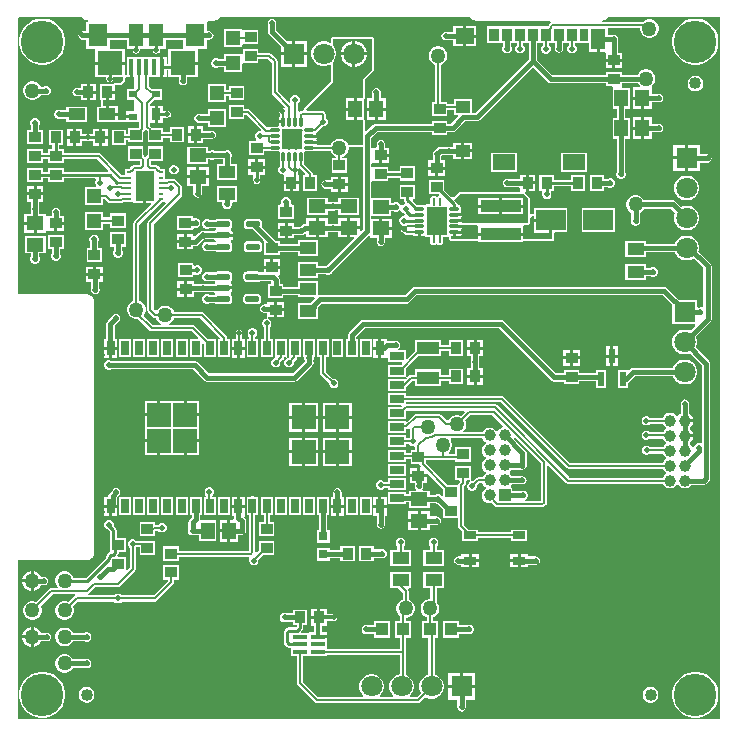
<source format=gtl>
G04*
G04 #@! TF.GenerationSoftware,Altium Limited,Altium Designer,22.2.1 (43)*
G04*
G04 Layer_Physical_Order=1*
G04 Layer_Color=255*
%FSLAX25Y25*%
%MOIN*%
G70*
G04*
G04 #@! TF.SameCoordinates,8235A018-37D0-441A-9F77-F42B88AFE5DC*
G04*
G04*
G04 #@! TF.FilePolarity,Positive*
G04*
G01*
G75*
%ADD14C,0.01000*%
%ADD15C,0.00800*%
%ADD18C,0.01200*%
%ADD24C,0.05000*%
%ADD25R,0.03937X0.03543*%
%ADD26R,0.02236X0.04956*%
%ADD27R,0.03543X0.03937*%
%ADD28R,0.07480X0.04331*%
%ADD29R,0.04724X0.01378*%
%ADD30R,0.05512X0.04134*%
%ADD31R,0.04134X0.02559*%
G04:AMPARAMS|DCode=32|XSize=47.64mil|YSize=23.23mil|CornerRadius=5.81mil|HoleSize=0mil|Usage=FLASHONLY|Rotation=0.000|XOffset=0mil|YOffset=0mil|HoleType=Round|Shape=RoundedRectangle|*
%AMROUNDEDRECTD32*
21,1,0.04764,0.01161,0,0,0.0*
21,1,0.03602,0.02323,0,0,0.0*
1,1,0.01161,0.01801,-0.00581*
1,1,0.01161,-0.01801,-0.00581*
1,1,0.01161,-0.01801,0.00581*
1,1,0.01161,0.01801,0.00581*
%
%ADD32ROUNDEDRECTD32*%
%ADD33R,0.04724X0.04724*%
%ADD34R,0.01575X0.05315*%
%ADD35R,0.08268X0.07874*%
%ADD36R,0.06299X0.07480*%
%ADD37R,0.04724X0.07480*%
%ADD38R,0.02756X0.02362*%
%ADD39R,0.02756X0.03937*%
%ADD40R,0.02756X0.04724*%
%ADD41R,0.04724X0.02756*%
%ADD42R,0.07874X0.07874*%
%ADD43R,0.06299X0.09843*%
%ADD44R,0.01575X0.00984*%
%ADD45R,0.04606X0.07087*%
%ADD46R,0.02953X0.04331*%
%ADD47R,0.03347X0.04331*%
%ADD48R,0.06102X0.05315*%
%ADD49R,0.04724X0.03937*%
%ADD50R,0.07480X0.05315*%
%ADD51R,0.13386X0.03858*%
%ADD52R,0.05512X0.03937*%
%ADD53R,0.03150X0.03150*%
%ADD54R,0.09843X0.06693*%
%ADD55R,0.04528X0.05709*%
%ADD56R,0.05709X0.04528*%
%ADD57R,0.04331X0.04331*%
%ADD119C,0.00800*%
%ADD120C,0.04000*%
%ADD121R,0.06693X0.06693*%
%ADD122O,0.01102X0.03347*%
%ADD123O,0.03347X0.01102*%
G04:AMPARAMS|DCode=124|XSize=64.96mil|YSize=94.49mil|CornerRadius=1.95mil|HoleSize=0mil|Usage=FLASHONLY|Rotation=0.000|XOffset=0mil|YOffset=0mil|HoleType=Round|Shape=RoundedRectangle|*
%AMROUNDEDRECTD124*
21,1,0.06496,0.09059,0,0,0.0*
21,1,0.06106,0.09449,0,0,0.0*
1,1,0.00390,0.03053,-0.04530*
1,1,0.00390,-0.03053,-0.04530*
1,1,0.00390,-0.03053,0.04530*
1,1,0.00390,0.03053,0.04530*
%
%ADD124ROUNDEDRECTD124*%
G04:AMPARAMS|DCode=125|XSize=11.02mil|YSize=33.47mil|CornerRadius=1.98mil|HoleSize=0mil|Usage=FLASHONLY|Rotation=90.000|XOffset=0mil|YOffset=0mil|HoleType=Round|Shape=RoundedRectangle|*
%AMROUNDEDRECTD125*
21,1,0.01102,0.02950,0,0,90.0*
21,1,0.00706,0.03347,0,0,90.0*
1,1,0.00397,0.01475,0.00353*
1,1,0.00397,0.01475,-0.00353*
1,1,0.00397,-0.01475,-0.00353*
1,1,0.00397,-0.01475,0.00353*
%
%ADD125ROUNDEDRECTD125*%
%ADD126C,0.00900*%
%ADD127C,0.01500*%
%ADD128C,0.02000*%
%ADD129R,0.01102X0.02756*%
%ADD130R,0.07087X0.07087*%
%ADD131C,0.07087*%
%ADD132R,0.03960X0.03960*%
%ADD133C,0.03960*%
%ADD134R,0.07087X0.07087*%
%ADD135C,0.14173*%
%ADD136C,0.02000*%
G36*
X235201Y1020D02*
X1020Y1020D01*
Y54098D01*
X24016D01*
X24072Y54110D01*
X24129Y54105D01*
X24479Y54144D01*
X24589Y54179D01*
X24702Y54195D01*
X25036Y54311D01*
X25134Y54369D01*
X25242Y54410D01*
X25540Y54598D01*
X25624Y54676D01*
X25719Y54740D01*
X25969Y54989D01*
X26032Y55085D01*
X26111Y55168D01*
X26299Y55467D01*
X26340Y55574D01*
X26398Y55673D01*
X26514Y56006D01*
X26530Y56120D01*
X26565Y56229D01*
X26604Y56580D01*
X26599Y56637D01*
X26610Y56693D01*
X26610Y140157D01*
X26599Y140213D01*
X26604Y140270D01*
X26565Y140621D01*
X26530Y140730D01*
X26514Y140844D01*
X26398Y141177D01*
X26340Y141276D01*
X26299Y141383D01*
X26111Y141682D01*
X26032Y141765D01*
X25969Y141861D01*
X25719Y142110D01*
X25624Y142174D01*
X25540Y142253D01*
X25242Y142440D01*
X25134Y142481D01*
X25035Y142540D01*
X24702Y142656D01*
X24589Y142672D01*
X24479Y142706D01*
X24129Y142745D01*
X24072Y142741D01*
X24016Y142752D01*
X1020D01*
X1020Y234847D01*
X1373Y235201D01*
X22403Y235197D01*
X22746Y234883D01*
X22838Y234827D01*
X22919Y234755D01*
X23662Y234321D01*
X23765Y234285D01*
X23859Y234232D01*
X24444Y234040D01*
X24364Y233540D01*
X23867D01*
Y230377D01*
X22638D01*
X22111Y230272D01*
X21665Y229973D01*
X21366Y229527D01*
X21261Y229000D01*
X21366Y228473D01*
X21665Y228027D01*
X22111Y227728D01*
X22638Y227624D01*
X23867D01*
Y224460D01*
X26820D01*
Y220248D01*
X36687D01*
Y224485D01*
X31766D01*
Y227624D01*
X37450D01*
Y224460D01*
X39490D01*
Y224079D01*
X39576Y223650D01*
X39819Y223286D01*
X40183Y223043D01*
X40612Y222957D01*
X41041Y223043D01*
X41405Y223286D01*
X41648Y223650D01*
X41733Y224079D01*
Y224460D01*
X43774D01*
Y224460D01*
X44142D01*
Y224460D01*
X46183D01*
Y224079D01*
X46268Y223650D01*
X46512Y223286D01*
X46876Y223043D01*
X47305Y222957D01*
X47734Y223043D01*
X48098Y223286D01*
X48341Y223650D01*
X48426Y224079D01*
Y224460D01*
X50467D01*
Y227624D01*
X56150D01*
Y224485D01*
X51229D01*
Y219590D01*
X50664D01*
Y221926D01*
X49576D01*
Y218468D01*
Y215011D01*
X50664D01*
Y217347D01*
X51229D01*
Y215011D01*
X54786D01*
Y213760D01*
X54891Y213233D01*
X55190Y212787D01*
X55636Y212488D01*
X56163Y212383D01*
X56690Y212488D01*
X57136Y212787D01*
X57435Y213233D01*
X57539Y213760D01*
Y215011D01*
X61097D01*
Y219248D01*
X56163D01*
Y220248D01*
X61097D01*
Y224460D01*
X64050D01*
Y227624D01*
X64961D01*
X65487Y227728D01*
X65934Y228027D01*
X66232Y228473D01*
X66337Y229000D01*
X66232Y229527D01*
X65934Y229973D01*
X65487Y230272D01*
X64961Y230377D01*
X64050D01*
Y233323D01*
X64050Y233540D01*
X64433Y233823D01*
X65220D01*
X65273Y233833D01*
X65327Y233828D01*
X66184Y233918D01*
X66287Y233951D01*
X66395Y233964D01*
X67213Y234233D01*
X67308Y234286D01*
X67411Y234322D01*
X68154Y234758D01*
X68235Y234830D01*
X68328Y234887D01*
X68669Y235201D01*
X151671Y235197D01*
X152013Y234883D01*
X152106Y234827D01*
X152187Y234755D01*
X152930Y234321D01*
X153032Y234285D01*
X153127Y234232D01*
X153944Y233964D01*
X154052Y233951D01*
X154156Y233919D01*
X155011Y233828D01*
X155065Y233834D01*
X155118Y233823D01*
X178630D01*
X178782Y233323D01*
X178591Y233195D01*
X178005Y232610D01*
X177784Y232279D01*
X177744Y232074D01*
X157473D01*
Y226544D01*
X162700D01*
Y225481D01*
X162477Y224942D01*
Y224305D01*
X162720Y223717D01*
X163170Y223267D01*
X163759Y223023D01*
X164395D01*
X164983Y223267D01*
X165433Y223717D01*
X165677Y224305D01*
Y224942D01*
X165453Y225481D01*
Y226544D01*
X167388D01*
Y225867D01*
X167051Y225530D01*
X166807Y224942D01*
Y224305D01*
X167051Y223717D01*
X167501Y223267D01*
X168089Y223023D01*
X168726D01*
X169314Y223267D01*
X169764Y223717D01*
X170008Y224305D01*
Y224942D01*
X169764Y225530D01*
X169427Y225867D01*
Y226544D01*
X171362D01*
Y220974D01*
X153542Y203154D01*
X152334D01*
Y207665D01*
X146410D01*
Y206116D01*
X144301D01*
Y206884D01*
X142201D01*
Y219308D01*
X142378Y219355D01*
X143085Y219763D01*
X143662Y220341D01*
X144070Y221047D01*
X144281Y221836D01*
Y222652D01*
X144070Y223441D01*
X143662Y224148D01*
X143085Y224725D01*
X142378Y225133D01*
X141589Y225344D01*
X140773D01*
X139985Y225133D01*
X139278Y224725D01*
X138700Y224148D01*
X138292Y223441D01*
X138081Y222652D01*
Y221836D01*
X138292Y221047D01*
X138700Y220341D01*
X139278Y219763D01*
X139985Y219355D01*
X140162Y219308D01*
Y206884D01*
X139164D01*
Y202140D01*
X144301D01*
Y204077D01*
X146410D01*
Y202528D01*
X147784D01*
X147976Y202066D01*
X145499Y199589D01*
X144301D01*
Y200584D01*
X139164D01*
Y199589D01*
X120380D01*
X119853Y199485D01*
X119406Y199186D01*
X117253Y197033D01*
X116791Y197224D01*
Y200785D01*
X116601Y201244D01*
X116425Y201317D01*
Y207561D01*
X116601Y207634D01*
X116791Y208093D01*
Y214320D01*
X119554Y217082D01*
X119744Y217541D01*
Y227931D01*
X119554Y228390D01*
X119095Y228580D01*
X106299D01*
X105840Y228390D01*
X105650Y227931D01*
Y226822D01*
X105150Y226533D01*
X104674Y226808D01*
X103620Y227090D01*
X102529D01*
X101476Y226808D01*
X100531Y226262D01*
X99759Y225491D01*
X99214Y224546D01*
X98931Y223492D01*
Y222401D01*
X99214Y221348D01*
X99759Y220403D01*
X100531Y219631D01*
X101476Y219086D01*
X102529Y218804D01*
X103620D01*
X104674Y219086D01*
X105150Y219361D01*
X105650Y219072D01*
Y213852D01*
X96696Y204898D01*
X96647Y204779D01*
X96556Y204688D01*
Y204558D01*
X96506Y204439D01*
X96245Y203977D01*
X95919D01*
X95529Y203900D01*
X95198Y203678D01*
X95002Y203482D01*
X94502Y203689D01*
Y206369D01*
X94839Y206705D01*
X95082Y207294D01*
Y207930D01*
X94839Y208518D01*
X94389Y208968D01*
X93800Y209212D01*
X93164D01*
X92576Y208968D01*
X92126Y208518D01*
X91882Y207930D01*
Y207294D01*
X92064Y206855D01*
X91640Y206571D01*
X87710Y210501D01*
Y220396D01*
X87633Y220786D01*
X87412Y221117D01*
X85563Y222965D01*
X85233Y223186D01*
X84842Y223264D01*
X81309D01*
Y224616D01*
X76172D01*
Y223209D01*
X75797Y222907D01*
X75672Y222907D01*
X69872D01*
Y221125D01*
X68092D01*
X67552Y221348D01*
X66916D01*
X66328Y221104D01*
X65878Y220654D01*
X65634Y220066D01*
Y219430D01*
X65878Y218842D01*
X66328Y218392D01*
X66916Y218148D01*
X67552D01*
X68092Y218372D01*
X69872D01*
Y216983D01*
X75797D01*
Y219570D01*
X76172Y219872D01*
X76297Y219872D01*
X81309D01*
Y221224D01*
X84420D01*
X85671Y219973D01*
Y210079D01*
X85749Y209689D01*
X85970Y209358D01*
X90202Y205125D01*
X90174Y204982D01*
X89654Y204728D01*
X89264Y204806D01*
X88874Y204728D01*
X88543Y204507D01*
X88322Y204176D01*
X88244Y203786D01*
X88322Y203396D01*
X88468Y203178D01*
Y202216D01*
X88273Y201923D01*
X88168Y201396D01*
Y200774D01*
X89545D01*
Y199774D01*
X88168D01*
Y199152D01*
X88192Y199028D01*
X87831Y198614D01*
X87769Y198593D01*
X85569D01*
X85120Y198504D01*
X84875Y198341D01*
X84327D01*
X78544Y204124D01*
X78213Y204345D01*
X77823Y204423D01*
X76625D01*
Y205775D01*
X71487D01*
Y201031D01*
X76625D01*
Y202384D01*
X77401D01*
X82320Y197465D01*
X82037Y197041D01*
X82011Y197051D01*
X81375D01*
X80787Y196808D01*
X80336Y196358D01*
X80093Y195769D01*
Y195133D01*
X80336Y194545D01*
X80581Y194300D01*
X80374Y193800D01*
X78140D01*
Y189057D01*
X83277D01*
Y190409D01*
X85225D01*
X85569Y190340D01*
X87813D01*
X87852Y190348D01*
X88045Y190337D01*
X88368Y190014D01*
X88379Y189821D01*
X88371Y189782D01*
Y187538D01*
X88461Y187089D01*
X88526Y186992D01*
Y185549D01*
X88189Y185213D01*
X87945Y184625D01*
Y183988D01*
X88189Y183400D01*
X88639Y182950D01*
X89227Y182706D01*
X89263D01*
X89729Y182625D01*
X89729Y182244D01*
Y180357D01*
X92301D01*
X94873D01*
Y182625D01*
X94502D01*
Y184659D01*
X95002Y184867D01*
X96981Y182887D01*
X96790Y182425D01*
X96229D01*
Y177288D01*
X100972D01*
Y182425D01*
X99620D01*
Y182710D01*
X99542Y183100D01*
X99321Y183431D01*
X96470Y186282D01*
Y186992D01*
X96535Y187089D01*
X96624Y187538D01*
Y189782D01*
X96617Y189821D01*
X96627Y190014D01*
X96951Y190337D01*
X97145Y190348D01*
X97183Y190340D01*
X99427D01*
X99876Y190430D01*
X99973Y190495D01*
X105332D01*
X105379Y190318D01*
X105787Y189611D01*
X106364Y189033D01*
X107071Y188625D01*
X107248Y188578D01*
Y188035D01*
X105699D01*
Y183292D01*
X110836D01*
Y188035D01*
X109287D01*
Y188578D01*
X109464Y188625D01*
X110171Y189033D01*
X110748Y189611D01*
X111156Y190318D01*
X111368Y191106D01*
Y191849D01*
X116142D01*
X116242Y191782D01*
Y164445D01*
X115515Y163717D01*
X115053Y163909D01*
Y164448D01*
X111898D01*
Y161885D01*
X113028D01*
X113220Y161423D01*
X104165Y152367D01*
X103673Y152164D01*
X101106D01*
Y153454D01*
X94394D01*
Y148120D01*
X101106D01*
Y149411D01*
X103673D01*
X104213Y149187D01*
X104849D01*
X105437Y149431D01*
X105887Y149881D01*
X106111Y150421D01*
X117931Y162241D01*
X118393Y162049D01*
Y161662D01*
X120671D01*
Y160236D01*
X120776Y159710D01*
X121074Y159263D01*
X121520Y158965D01*
X122047Y158860D01*
X122574Y158965D01*
X123021Y159263D01*
X123319Y159710D01*
X123424Y160236D01*
Y161662D01*
X125702D01*
Y164226D01*
X122047D01*
Y164726D01*
X121547D01*
Y167789D01*
X118995D01*
Y168948D01*
X125502D01*
Y170436D01*
X126312D01*
X126852Y170212D01*
X127489D01*
X128077Y170456D01*
X128314Y170693D01*
X128897Y170593D01*
X128996Y170353D01*
X129446Y169903D01*
X129938Y169700D01*
X130086Y169414D01*
X129807Y168923D01*
X129603D01*
X129015Y168679D01*
X128565Y168229D01*
X128321Y167641D01*
Y167005D01*
X128565Y166417D01*
X129015Y165966D01*
X129265Y165863D01*
X129382Y165273D01*
X129200Y165091D01*
X128979Y164760D01*
X128902Y164370D01*
X128979Y163980D01*
X129200Y163649D01*
X130184Y162665D01*
X130515Y162444D01*
X130905Y162366D01*
X132711D01*
X132746Y162313D01*
X133077Y162093D01*
X133466Y162015D01*
X134441D01*
Y163386D01*
X135441D01*
Y162015D01*
X136416D01*
X136805Y162093D01*
X136917Y162167D01*
X136978Y162076D01*
X137307Y161856D01*
X137695Y161779D01*
X138563D01*
Y159843D01*
X138753Y159383D01*
X139213Y159193D01*
X140315D01*
X140748Y159372D01*
X141181Y159193D01*
X142283D01*
X142743Y159383D01*
X142933Y159843D01*
Y161779D01*
X143801D01*
X144189Y161856D01*
X144362Y161972D01*
X144845Y161767D01*
X144862Y161750D01*
Y161000D01*
X145053Y160541D01*
X145512Y160351D01*
X154592D01*
X154648Y160374D01*
X154792Y160277D01*
Y160277D01*
X169378D01*
Y160277D01*
X169522Y160374D01*
X169578Y160351D01*
X179312D01*
X179771Y160541D01*
X179962Y161000D01*
Y163277D01*
X180420Y163478D01*
X184303D01*
Y171370D01*
X173260D01*
Y169784D01*
X172845Y169506D01*
X172809Y169521D01*
X172680D01*
X172560Y169571D01*
X172441Y169521D01*
X172312D01*
X172220Y169430D01*
X172212Y169427D01*
X171712Y169645D01*
Y174803D01*
X171522Y175262D01*
X170196Y176588D01*
X170404Y177088D01*
X170563D01*
Y179857D01*
Y182625D01*
X168491D01*
Y181233D01*
X164077D01*
X163550Y181128D01*
X163103Y180830D01*
X162805Y180383D01*
X162700Y179857D01*
X162805Y179330D01*
X163103Y178883D01*
X163550Y178585D01*
X164077Y178480D01*
X168138D01*
X168491Y178127D01*
X168491Y177088D01*
X168043Y176963D01*
X148478D01*
X148019Y176773D01*
X146347Y175101D01*
X145640D01*
X143316Y177424D01*
Y180850D01*
X138180D01*
Y176107D01*
X141338D01*
X141452Y175953D01*
X141201Y175453D01*
X141181D01*
X140748Y175273D01*
X140315Y175453D01*
X139213D01*
X138753Y175262D01*
X138563Y174803D01*
Y172867D01*
X137695D01*
X137307Y172790D01*
X136978Y172570D01*
X136806Y172312D01*
X136727Y172365D01*
X136416Y172427D01*
X134865D01*
X134840Y172432D01*
X134161D01*
X132719Y173873D01*
X132911Y174335D01*
X133474D01*
Y179079D01*
X128337D01*
Y174335D01*
X129895D01*
Y174113D01*
X129977Y173703D01*
X130209Y173356D01*
X130034Y172860D01*
X129446Y172616D01*
X129209Y172379D01*
X128626Y172479D01*
X128527Y172719D01*
X128077Y173169D01*
X127489Y173412D01*
X126852D01*
X126312Y173189D01*
X125502D01*
Y174676D01*
X118995D01*
Y180300D01*
X119479Y180338D01*
X119495Y180338D01*
X124616D01*
Y181639D01*
X128337D01*
Y180635D01*
X133474D01*
Y185378D01*
X128337D01*
Y183781D01*
X124616D01*
Y185082D01*
X119495D01*
X119479Y185082D01*
X118995Y185120D01*
Y186055D01*
X119279Y186437D01*
X119495Y186437D01*
X121547D01*
Y189009D01*
X122047D01*
Y189509D01*
X124816D01*
Y191581D01*
X123424D01*
Y192983D01*
X123319Y193509D01*
X123021Y193956D01*
X122574Y194254D01*
X122047Y194359D01*
X121520Y194254D01*
X121074Y193956D01*
X120776Y193509D01*
X120671Y192983D01*
Y191934D01*
X120317Y191581D01*
X119279Y191581D01*
X118995Y191963D01*
Y194881D01*
X120950Y196836D01*
X139164D01*
Y195841D01*
X144301D01*
Y196836D01*
X146069D01*
X146596Y196941D01*
X147043Y197239D01*
X150205Y200401D01*
X154112D01*
X154639Y200506D01*
X155085Y200805D01*
X172738Y218458D01*
X177777Y213418D01*
X178224Y213120D01*
X178751Y213015D01*
X197235D01*
Y212020D01*
X199285D01*
X199352Y211548D01*
X199352Y211520D01*
Y204639D01*
X200839D01*
Y201557D01*
X199352D01*
Y194648D01*
X200839D01*
Y183568D01*
X200616Y183028D01*
Y182392D01*
X200859Y181804D01*
X201309Y181353D01*
X201898Y181110D01*
X202534D01*
X203122Y181353D01*
X203572Y181804D01*
X203816Y182392D01*
Y183028D01*
X203592Y183568D01*
Y194648D01*
X205080D01*
Y201557D01*
X203592D01*
Y204639D01*
X205080D01*
Y211548D01*
X202438D01*
X202372Y212020D01*
X202372Y212048D01*
Y213015D01*
X207806D01*
X207997Y212685D01*
X208435Y212248D01*
X208237Y211748D01*
X206239D01*
Y208593D01*
X209302D01*
Y208093D01*
X209802D01*
Y204439D01*
X212366D01*
Y206717D01*
X214879D01*
X215406Y206822D01*
X215852Y207120D01*
X216150Y207567D01*
X216255Y208093D01*
X216150Y208620D01*
X215852Y209067D01*
X215406Y209365D01*
X214879Y209470D01*
X212366D01*
Y211748D01*
X212366Y211748D01*
X212476Y212202D01*
X212958Y212685D01*
X213366Y213392D01*
X213578Y214180D01*
Y214997D01*
X213366Y215785D01*
X212958Y216492D01*
X212381Y217069D01*
X211674Y217477D01*
X210886Y217689D01*
X210069D01*
X209281Y217477D01*
X208574Y217069D01*
X207997Y216492D01*
X207589Y215785D01*
X207584Y215768D01*
X202372D01*
Y216763D01*
X197235D01*
Y215768D01*
X179321D01*
X174115Y220974D01*
Y226544D01*
X176049D01*
Y225789D01*
X175713Y225452D01*
X175469Y224864D01*
Y224228D01*
X175713Y223640D01*
X176163Y223190D01*
X176751Y222946D01*
X177387D01*
X177975Y223190D01*
X178425Y223640D01*
X178669Y224228D01*
Y224864D01*
X178425Y225452D01*
X178088Y225789D01*
Y226544D01*
X178926D01*
Y226344D01*
X180023D01*
Y224623D01*
X180128Y224097D01*
X180426Y223650D01*
X180873Y223352D01*
X181400Y223247D01*
X181926Y223352D01*
X182373Y223650D01*
X182671Y224097D01*
X182776Y224623D01*
Y226344D01*
X183873D01*
Y226544D01*
X184711D01*
Y225867D01*
X184374Y225530D01*
X184130Y224942D01*
Y224305D01*
X184374Y223717D01*
X184824Y223267D01*
X185412Y223023D01*
X186049D01*
X186637Y223267D01*
X187087Y223717D01*
X187330Y224305D01*
Y224942D01*
X187087Y225530D01*
X186750Y225867D01*
Y226544D01*
X191525D01*
Y223588D01*
X194128D01*
Y227931D01*
X195128D01*
Y223588D01*
X196669D01*
X197035Y223263D01*
Y221191D01*
X202572D01*
Y223263D01*
X201180D01*
Y227931D01*
X201075Y228458D01*
X200776Y228904D01*
X200330Y229203D01*
X199803Y229308D01*
X197731D01*
Y231455D01*
X208514D01*
Y230891D01*
X208725Y230103D01*
X209134Y229396D01*
X209711Y228819D01*
X210418Y228411D01*
X211206Y228199D01*
X212022D01*
X212811Y228411D01*
X213518Y228819D01*
X214095Y229396D01*
X214503Y230103D01*
X214714Y230891D01*
Y231707D01*
X214503Y232496D01*
X214095Y233203D01*
X213518Y233780D01*
X212811Y234188D01*
X212022Y234399D01*
X211206D01*
X210418Y234188D01*
X209711Y233780D01*
X209405Y233474D01*
X209302Y233494D01*
X195835D01*
X195755Y233994D01*
X196481Y234233D01*
X196576Y234286D01*
X196679Y234322D01*
X197422Y234758D01*
X197503Y234830D01*
X197596Y234887D01*
X197937Y235201D01*
X235201Y235201D01*
X235201Y1020D01*
D02*
G37*
G36*
X119095Y217541D02*
X116142Y214589D01*
Y208093D01*
X114061D01*
Y204439D01*
Y200785D01*
X116142D01*
Y192498D01*
X111213D01*
X111156Y192711D01*
X110748Y193418D01*
X110171Y193995D01*
X109464Y194403D01*
X108676Y194614D01*
X107860D01*
X107071Y194403D01*
X106364Y193995D01*
X105787Y193418D01*
X105379Y192711D01*
X105332Y192534D01*
X100948D01*
X100739Y192983D01*
X98305D01*
Y193983D01*
X100705D01*
X100700Y194010D01*
X100401Y194457D01*
Y194477D01*
X100700Y194924D01*
X100705Y194951D01*
X98305D01*
Y195951D01*
X100705D01*
X100700Y195978D01*
X100654Y196047D01*
X100469Y196472D01*
X100782Y196688D01*
X100798Y196699D01*
X102773Y198674D01*
X103249D01*
X103837Y198918D01*
X104288Y199368D01*
X104531Y199956D01*
Y200592D01*
X104288Y201180D01*
X103951Y201517D01*
Y202489D01*
X103873Y202879D01*
X103652Y203210D01*
X103183Y203678D01*
X102853Y203900D01*
X102462Y203977D01*
X97347D01*
X97156Y204439D01*
X106299Y213583D01*
Y220312D01*
X106390Y220403D01*
X106936Y221348D01*
X107218Y222401D01*
Y223492D01*
X106936Y224546D01*
X106390Y225491D01*
X106299Y225582D01*
Y227931D01*
X119095D01*
Y217541D01*
D02*
G37*
G36*
X171063Y174803D02*
Y166535D01*
X149471D01*
X149191Y166823D01*
X146555D01*
Y167823D01*
X149019D01*
X148970Y168065D01*
X148809Y168307D01*
X148970Y168549D01*
X149019Y168791D01*
X146555D01*
Y169791D01*
X149019D01*
X148970Y170034D01*
X148750Y170364D01*
X148665Y170421D01*
X148782Y170596D01*
X148844Y170907D01*
Y171613D01*
X148782Y171924D01*
X148606Y172188D01*
X148342Y172365D01*
X148030Y172427D01*
X148018D01*
X147626Y172672D01*
X147544Y173081D01*
X147312Y173429D01*
X147312Y173429D01*
X146452Y174288D01*
X148478Y176313D01*
X169553D01*
X171063Y174803D01*
D02*
G37*
G36*
X173060Y168714D02*
Y167924D01*
X178781D01*
Y167424D01*
X179281D01*
Y163278D01*
X179312D01*
Y161000D01*
X169578D01*
Y162306D01*
X162085D01*
X154592D01*
Y161000D01*
X145512D01*
Y162015D01*
X146055D01*
Y163386D01*
X146555D01*
Y163886D01*
X149019D01*
X148970Y164128D01*
X148809Y164370D01*
X148970Y164612D01*
X149019Y164854D01*
X146555D01*
Y165854D01*
X149438D01*
X149522Y165886D01*
X154237D01*
X154592Y165535D01*
Y163306D01*
X162085D01*
X169578D01*
Y165535D01*
X169932Y165886D01*
X171063D01*
X171522Y166076D01*
X171712Y166535D01*
Y168073D01*
X172560Y168921D01*
X173060Y168714D01*
D02*
G37*
%LPC*%
G36*
X153912Y232274D02*
X150561D01*
Y229317D01*
X153912D01*
Y232274D01*
D02*
G37*
G36*
Y228317D02*
X150561D01*
Y225359D01*
X153912D01*
Y228317D01*
D02*
G37*
G36*
X149561Y232274D02*
X146210D01*
Y230193D01*
X143701D01*
X143174Y230089D01*
X142727Y229790D01*
X142429Y229344D01*
X142324Y228817D01*
X142429Y228290D01*
X142727Y227844D01*
X143174Y227545D01*
X143701Y227441D01*
X146210D01*
Y225359D01*
X149561D01*
Y228817D01*
Y232274D01*
D02*
G37*
G36*
X75797Y231175D02*
Y231175D01*
X69872D01*
Y225250D01*
X75797D01*
Y225869D01*
X76172Y226172D01*
X81309D01*
Y230915D01*
X76172D01*
X75797Y231175D01*
D02*
G37*
G36*
X97418Y227290D02*
X93575D01*
Y223447D01*
X97418D01*
Y227290D01*
D02*
G37*
G36*
X85731Y234623D02*
X85204Y234518D01*
X84758Y234219D01*
X84459Y233773D01*
X84355Y233246D01*
Y230291D01*
X84459Y229764D01*
X84758Y229317D01*
X88731Y225344D01*
Y223447D01*
X92575D01*
Y227290D01*
X90678D01*
X87107Y230861D01*
Y233246D01*
X87003Y233773D01*
X86704Y234219D01*
X86258Y234518D01*
X85731Y234623D01*
D02*
G37*
G36*
X227726Y234655D02*
X226211D01*
X224726Y234360D01*
X223327Y233780D01*
X222069Y232939D01*
X220998Y231868D01*
X220157Y230609D01*
X219577Y229211D01*
X219282Y227726D01*
Y226211D01*
X219577Y224726D01*
X220157Y223327D01*
X220998Y222069D01*
X222069Y220998D01*
X223327Y220157D01*
X224726Y219577D01*
X226211Y219282D01*
X227726D01*
X229211Y219577D01*
X230609Y220157D01*
X231868Y220998D01*
X232939Y222069D01*
X233780Y223327D01*
X234360Y224726D01*
X234655Y226211D01*
Y227726D01*
X234360Y229211D01*
X233780Y230609D01*
X232939Y231868D01*
X231868Y232939D01*
X230609Y233780D01*
X229211Y234360D01*
X227726Y234655D01*
D02*
G37*
G36*
X10009D02*
X8495D01*
X7010Y234360D01*
X5611Y233780D01*
X4352Y232939D01*
X3281Y231868D01*
X2440Y230609D01*
X1861Y229211D01*
X1565Y227726D01*
Y226211D01*
X1861Y224726D01*
X2440Y223327D01*
X3281Y222069D01*
X4352Y220998D01*
X5611Y220157D01*
X7010Y219577D01*
X8495Y219282D01*
X10009D01*
X11494Y219577D01*
X12893Y220157D01*
X14152Y220998D01*
X15223Y222069D01*
X16064Y223327D01*
X16643Y224726D01*
X16939Y226211D01*
Y227726D01*
X16643Y229211D01*
X16064Y230609D01*
X15223Y231868D01*
X14152Y232939D01*
X12893Y233780D01*
X11494Y234360D01*
X10009Y234655D01*
D02*
G37*
G36*
X97418Y222447D02*
X93575D01*
Y218603D01*
X97418D01*
Y222447D01*
D02*
G37*
G36*
X92575D02*
X88731D01*
Y218603D01*
X92575D01*
Y222447D01*
D02*
G37*
G36*
X202572Y220191D02*
X200303D01*
Y218119D01*
X202572D01*
Y220191D01*
D02*
G37*
G36*
X199303D02*
X197035D01*
Y218119D01*
X199303D01*
Y220191D01*
D02*
G37*
G36*
X48576Y221926D02*
X47489D01*
Y221726D01*
X37453D01*
Y216019D01*
X37131Y215649D01*
X37073Y215638D01*
X36687Y215956D01*
Y219248D01*
X26820D01*
Y215011D01*
X30632D01*
Y214500D01*
X30717Y214071D01*
X30961Y213707D01*
X31324Y213464D01*
X31754Y213379D01*
X32183Y213464D01*
X32547Y213707D01*
X32790Y214071D01*
X32875Y214500D01*
Y215011D01*
X36081D01*
X36140Y214923D01*
Y214029D01*
X35359Y213248D01*
X33477D01*
X33018Y213058D01*
X32860Y212676D01*
X28534D01*
Y207539D01*
X28624D01*
X28758Y207339D01*
Y205469D01*
X28624Y205269D01*
X27550D01*
Y200132D01*
X34261D01*
Y200132D01*
X34344Y200187D01*
X34461Y200138D01*
X37273D01*
X37390Y200187D01*
X37473Y200132D01*
Y200132D01*
X41429D01*
X41468Y199648D01*
Y198321D01*
X37832D01*
Y196098D01*
X37275D01*
Y197647D01*
X32531D01*
Y192510D01*
X37275D01*
Y194059D01*
X37832D01*
Y193578D01*
X42968D01*
Y196879D01*
X43209Y197120D01*
X43358Y197343D01*
X43778Y197460D01*
X43942Y197465D01*
X44331Y197076D01*
Y193578D01*
X49468D01*
Y194930D01*
X51685D01*
Y193381D01*
X56429D01*
Y198518D01*
X51685D01*
Y196969D01*
X49468D01*
Y198321D01*
X45970D01*
X45307Y198984D01*
Y199932D01*
X46825D01*
Y202700D01*
Y205469D01*
X45307D01*
Y206130D01*
X46789Y207612D01*
X49303D01*
Y211174D01*
X45758D01*
X44978Y211954D01*
Y215211D01*
X47489D01*
Y215011D01*
X48576D01*
Y218468D01*
Y221926D01*
D02*
G37*
G36*
X27178Y212876D02*
X25106D01*
Y210607D01*
X27178D01*
Y212876D01*
D02*
G37*
G36*
X227311Y215600D02*
X226626D01*
X225965Y215423D01*
X225372Y215080D01*
X224888Y214596D01*
X224546Y214004D01*
X224369Y213342D01*
Y212658D01*
X224546Y211996D01*
X224888Y211404D01*
X225372Y210919D01*
X225965Y210577D01*
X226626Y210400D01*
X227311D01*
X227972Y210577D01*
X228565Y210919D01*
X229049Y211404D01*
X229391Y211996D01*
X229569Y212658D01*
Y213342D01*
X229391Y214004D01*
X229049Y214596D01*
X228565Y215080D01*
X227972Y215423D01*
X227311Y215600D01*
D02*
G37*
G36*
X6314Y213707D02*
X5497D01*
X4709Y213496D01*
X4002Y213088D01*
X3425Y212511D01*
X3017Y211804D01*
X2805Y211015D01*
Y210199D01*
X3017Y209411D01*
X3425Y208704D01*
X4002Y208127D01*
X4709Y207718D01*
X5497Y207507D01*
X6314D01*
X7102Y207718D01*
X7809Y208127D01*
X8386Y208704D01*
X8690Y209231D01*
X9642D01*
X10182Y209007D01*
X10818D01*
X11406Y209251D01*
X11856Y209701D01*
X12100Y210289D01*
Y210926D01*
X11856Y211513D01*
X11406Y211964D01*
X10818Y212207D01*
X10182D01*
X9642Y211984D01*
X8690D01*
X8386Y212511D01*
X7809Y213088D01*
X7102Y213496D01*
X6314Y213707D01*
D02*
G37*
G36*
X27178Y209607D02*
X25106D01*
Y207339D01*
X27178D01*
Y209607D01*
D02*
G37*
G36*
X24106Y212876D02*
X22035D01*
Y211484D01*
X20669D01*
X20143Y211379D01*
X19696Y211081D01*
X19398Y210634D01*
X19293Y210107D01*
X19398Y209580D01*
X19696Y209134D01*
X20143Y208836D01*
X20669Y208731D01*
X22035D01*
Y207339D01*
X24106D01*
Y210107D01*
Y212876D01*
D02*
G37*
G36*
X70423Y212819D02*
X64498D01*
Y206894D01*
X70423D01*
Y208837D01*
X71487D01*
Y207331D01*
X76625D01*
Y212074D01*
X71487D01*
Y210876D01*
X70423D01*
Y212819D01*
D02*
G37*
G36*
X120648Y211644D02*
X120121Y211539D01*
X119674Y211241D01*
X119376Y210794D01*
X119271Y210268D01*
Y208093D01*
X117584D01*
Y204939D01*
X120648D01*
X123711D01*
Y208093D01*
X122024D01*
Y210268D01*
X121919Y210794D01*
X121621Y211241D01*
X121174Y211539D01*
X120648Y211644D01*
D02*
G37*
G36*
X208802Y207593D02*
X206239D01*
Y204439D01*
X208802D01*
Y207593D01*
D02*
G37*
G36*
X24025Y205269D02*
X17313D01*
Y204076D01*
X15622D01*
X15082Y204300D01*
X14446D01*
X13858Y204056D01*
X13407Y203606D01*
X13164Y203018D01*
Y202382D01*
X13407Y201794D01*
X13858Y201344D01*
X14446Y201100D01*
X15082D01*
X15622Y201324D01*
X17313D01*
Y200132D01*
X24025D01*
Y205269D01*
D02*
G37*
G36*
X70423Y204551D02*
X64498D01*
Y202739D01*
X62435D01*
X61895Y202962D01*
X61258D01*
X60670Y202719D01*
X60220Y202269D01*
X59977Y201681D01*
Y201044D01*
X60220Y200456D01*
X60670Y200006D01*
X61258Y199762D01*
X61895D01*
X62435Y199986D01*
X64498D01*
Y198627D01*
X70423D01*
Y204551D01*
D02*
G37*
G36*
X123711Y203939D02*
X121148D01*
Y200785D01*
X123711D01*
Y203939D01*
D02*
G37*
G36*
X120148D02*
X117584D01*
Y200785D01*
X120148D01*
Y203939D01*
D02*
G37*
G36*
X49503Y205469D02*
X47825D01*
Y202700D01*
Y199932D01*
X49503D01*
Y201578D01*
X50963D01*
X51392Y201664D01*
X51756Y201907D01*
X51999Y202271D01*
X52084Y202700D01*
X51999Y203129D01*
X51756Y203493D01*
X51392Y203736D01*
X50963Y203822D01*
X49503D01*
Y205469D01*
D02*
G37*
G36*
X208803Y201757D02*
X206239D01*
Y198603D01*
X208803D01*
Y201757D01*
D02*
G37*
G36*
X59856Y198718D02*
X57785D01*
Y196450D01*
X59856D01*
Y198718D01*
D02*
G37*
G36*
X28104Y197847D02*
X26032D01*
Y196200D01*
X22650D01*
Y197847D01*
X20579D01*
Y195079D01*
Y192310D01*
X22650D01*
Y193957D01*
X26032D01*
Y192310D01*
X28104D01*
Y195079D01*
Y197847D01*
D02*
G37*
G36*
X31176D02*
X29104D01*
Y195579D01*
X31176D01*
Y197847D01*
D02*
G37*
G36*
X19579D02*
X17507D01*
Y195579D01*
X19579D01*
Y197847D01*
D02*
G37*
G36*
X212366Y201757D02*
X209803D01*
Y198103D01*
Y194448D01*
X212366D01*
Y196726D01*
X214879D01*
X215406Y196831D01*
X215852Y197129D01*
X216150Y197576D01*
X216255Y198103D01*
X216150Y198629D01*
X215852Y199076D01*
X215406Y199374D01*
X214879Y199479D01*
X212366D01*
Y201757D01*
D02*
G37*
G36*
X208803Y197603D02*
X206239D01*
Y194448D01*
X208803D01*
Y197603D01*
D02*
G37*
G36*
X62928Y198718D02*
X60856D01*
Y195950D01*
Y193181D01*
X62928D01*
Y194573D01*
X65861D01*
X66388Y194678D01*
X66835Y194976D01*
X67133Y195423D01*
X67238Y195950D01*
X67133Y196476D01*
X66835Y196923D01*
X66388Y197221D01*
X65861Y197326D01*
X62928D01*
Y198718D01*
D02*
G37*
G36*
X59856Y195450D02*
X57785D01*
Y193181D01*
X59856D01*
Y195450D01*
D02*
G37*
G36*
X7208Y201403D02*
X6572D01*
X5983Y201160D01*
X5533Y200710D01*
X5290Y200121D01*
Y199485D01*
X5513Y198945D01*
Y197450D01*
X4321D01*
Y192707D01*
X9458D01*
Y197450D01*
X8266D01*
Y198945D01*
X8490Y199485D01*
Y200121D01*
X8246Y200710D01*
X7796Y201160D01*
X7208Y201403D01*
D02*
G37*
G36*
X31176Y194579D02*
X29104D01*
Y192310D01*
X31176D01*
Y194579D01*
D02*
G37*
G36*
X19579D02*
X17507D01*
Y192310D01*
X19579D01*
Y194579D01*
D02*
G37*
G36*
X148872Y193298D02*
X146210D01*
Y191906D01*
X141762D01*
X141762Y191906D01*
X141236Y191801D01*
X140789Y191503D01*
X140182Y190896D01*
X139775Y190624D01*
X139476Y190177D01*
X139372Y189650D01*
Y187350D01*
X137979D01*
Y185278D01*
X143517D01*
Y187350D01*
X142124D01*
Y188945D01*
X142333Y189153D01*
X146210D01*
Y187761D01*
X148872D01*
Y190530D01*
Y193298D01*
D02*
G37*
G36*
X152534D02*
X149872D01*
Y191030D01*
X152534D01*
Y193298D01*
D02*
G37*
G36*
X16151Y197647D02*
X11408D01*
Y192510D01*
X12658D01*
Y191185D01*
X11211D01*
Y189799D01*
X9458D01*
Y191151D01*
X4321D01*
Y186408D01*
X9458D01*
Y187760D01*
X11211D01*
Y186442D01*
X16348D01*
Y187794D01*
X27604D01*
X31300Y184098D01*
X31108Y183636D01*
X16348D01*
Y184886D01*
X11211D01*
Y183636D01*
X9458D01*
Y184886D01*
X4321D01*
Y180142D01*
X9458D01*
Y181393D01*
X11211D01*
Y180142D01*
X16348D01*
Y181393D01*
X26793D01*
X27009Y180901D01*
X26765Y180313D01*
Y179676D01*
X27009Y179088D01*
X27241Y178856D01*
X27034Y178356D01*
X23613D01*
Y172432D01*
X29537D01*
Y174441D01*
X30037Y174517D01*
X31143Y173411D01*
X31474Y173190D01*
X31864Y173113D01*
X35352D01*
X35742Y173190D01*
X36073Y173411D01*
X36184Y173522D01*
X36783D01*
Y173450D01*
X39535D01*
Y173250D01*
X42985D01*
Y178971D01*
X43985D01*
Y173250D01*
X45413D01*
X45604Y172788D01*
X39891Y167075D01*
X39670Y166744D01*
X39592Y166353D01*
Y140572D01*
X39415Y140525D01*
X38708Y140117D01*
X38131Y139540D01*
X37723Y138833D01*
X37512Y138044D01*
Y137228D01*
X37723Y136440D01*
X38131Y135733D01*
X38708Y135156D01*
X39415Y134748D01*
X40204Y134536D01*
X41020D01*
X41135Y134567D01*
X44949Y130753D01*
X45279Y130532D01*
X45670Y130454D01*
X59024D01*
X61251Y128227D01*
X61060Y127765D01*
X58434D01*
Y121841D01*
X62389D01*
Y126329D01*
X62850Y126530D01*
X63158Y126280D01*
Y121841D01*
X67114D01*
Y127765D01*
X64597D01*
X60167Y132195D01*
X59837Y132416D01*
X59446Y132494D01*
X51573D01*
X51549Y132554D01*
X51490Y132994D01*
X52100Y133346D01*
X52678Y133923D01*
X53086Y134630D01*
X53127Y134785D01*
X61962D01*
X68482Y128265D01*
X68274Y127765D01*
X67882D01*
Y121841D01*
X71838D01*
Y127765D01*
X70880D01*
Y128329D01*
X70802Y128719D01*
X70581Y129050D01*
X63105Y136525D01*
X62774Y136747D01*
X62384Y136824D01*
X53139D01*
X53086Y137023D01*
X52678Y137730D01*
X52100Y138307D01*
X51393Y138716D01*
X50605Y138927D01*
X49789D01*
X49000Y138716D01*
X48293Y138307D01*
X47716Y137730D01*
X47523Y137396D01*
X46898Y137314D01*
X46344Y137868D01*
Y166068D01*
X55604Y175328D01*
X55825Y175659D01*
X55903Y176049D01*
Y178401D01*
X55825Y178791D01*
X55604Y179122D01*
X53790Y180937D01*
X53459Y181158D01*
X53069Y181236D01*
X51262D01*
X50872Y181158D01*
X50687Y181035D01*
X50274Y181204D01*
X50187Y181290D01*
Y184492D01*
X48855D01*
X48429Y184918D01*
X48356Y185027D01*
X47770Y185613D01*
X47439Y185834D01*
X47049Y185912D01*
X45570D01*
Y187267D01*
X45627Y187279D01*
X49468D01*
Y192022D01*
X44331D01*
Y189022D01*
X44298Y189000D01*
X43975Y188677D01*
X43650Y188583D01*
X43325Y188677D01*
X43002Y189000D01*
X42968Y189022D01*
Y192022D01*
X37832D01*
Y187279D01*
X41673D01*
X41730Y187267D01*
Y185948D01*
X41694Y185912D01*
X39921D01*
X39531Y185834D01*
X39200Y185613D01*
X38614Y185027D01*
X38541Y184918D01*
X38116Y184492D01*
X36783D01*
Y182648D01*
X35633D01*
X28747Y189534D01*
X28416Y189755D01*
X28026Y189833D01*
X16348D01*
Y191185D01*
X14901D01*
Y192510D01*
X16151D01*
Y197647D01*
D02*
G37*
G36*
X223500Y192515D02*
X219657D01*
Y188672D01*
X223500D01*
Y192515D01*
D02*
G37*
G36*
X152534Y190030D02*
X149872D01*
Y187761D01*
X152534D01*
Y190030D01*
D02*
G37*
G36*
X124816Y188509D02*
X122547D01*
Y186437D01*
X124816D01*
Y188509D01*
D02*
G37*
G36*
X83477Y187701D02*
X81209D01*
Y185629D01*
X83477D01*
Y187701D01*
D02*
G37*
G36*
X80209D02*
X77940D01*
Y185629D01*
X80209D01*
Y187701D01*
D02*
G37*
G36*
X228343Y192515D02*
X224500D01*
Y188172D01*
Y183829D01*
X228343D01*
Y186624D01*
X231000D01*
X231527Y186728D01*
X231973Y187027D01*
X232272Y187473D01*
X232377Y188000D01*
X232272Y188527D01*
X231973Y188973D01*
X231527Y189272D01*
X231000Y189376D01*
X228343D01*
Y192515D01*
D02*
G37*
G36*
X223500Y187672D02*
X219657D01*
Y183829D01*
X223500D01*
Y187672D01*
D02*
G37*
G36*
X190996Y189948D02*
X182315D01*
Y183433D01*
X190996D01*
Y189948D01*
D02*
G37*
G36*
X167492D02*
X158811D01*
Y183433D01*
X167492D01*
Y189948D01*
D02*
G37*
G36*
X53387Y185870D02*
X52750D01*
X52162Y185626D01*
X51712Y185176D01*
X51469Y184588D01*
Y183952D01*
X51712Y183364D01*
X52162Y182914D01*
X52750Y182670D01*
X53387D01*
X53975Y182914D01*
X54425Y183364D01*
X54669Y183952D01*
Y184588D01*
X54425Y185176D01*
X53975Y185626D01*
X53387Y185870D01*
D02*
G37*
G36*
X64678Y185046D02*
X61524D01*
Y182482D01*
X64678D01*
Y185046D01*
D02*
G37*
G36*
X60524D02*
X57369D01*
Y182482D01*
X60524D01*
Y185046D01*
D02*
G37*
G36*
X143517Y184278D02*
X141248D01*
Y182206D01*
X143517D01*
Y184278D01*
D02*
G37*
G36*
X140248D02*
X137979D01*
Y182206D01*
X140248D01*
Y184278D01*
D02*
G37*
G36*
X64478Y191933D02*
X57569D01*
Y186205D01*
X64478D01*
Y187693D01*
X65087D01*
X65627Y187469D01*
X66263D01*
X66803Y187693D01*
X69490D01*
Y186264D01*
X67510D01*
Y180930D01*
X74222D01*
Y186264D01*
X72243D01*
Y188211D01*
X72466Y188751D01*
Y189387D01*
X72223Y189975D01*
X71772Y190426D01*
X71184Y190669D01*
X70548D01*
X70008Y190445D01*
X66803D01*
X66263Y190669D01*
X65627D01*
X65087Y190445D01*
X64478D01*
Y191933D01*
D02*
G37*
G36*
X190167Y182425D02*
X185424D01*
Y180927D01*
X179734D01*
Y182425D01*
X174991D01*
Y177288D01*
X175680D01*
X175793Y177156D01*
X175957Y176788D01*
X175762Y176318D01*
Y175682D01*
X176006Y175094D01*
X176456Y174644D01*
X177044Y174400D01*
X177681D01*
X178269Y174644D01*
X178719Y175094D01*
X178962Y175682D01*
Y176318D01*
X178768Y176788D01*
X178931Y177156D01*
X179044Y177288D01*
X179734D01*
Y178786D01*
X185424D01*
Y177288D01*
X190167D01*
Y182425D01*
D02*
G37*
G36*
X107768Y181936D02*
X105499D01*
Y180749D01*
X103675D01*
X103637Y180756D01*
X103110Y180651D01*
X102664Y180353D01*
X102365Y179906D01*
X102260Y179380D01*
X102365Y178853D01*
X102664Y178406D01*
X102671Y178399D01*
X102671Y178399D01*
X103118Y178100D01*
X103645Y177996D01*
X105499D01*
Y176793D01*
X107768D01*
Y179365D01*
Y181936D01*
D02*
G37*
G36*
X173635Y182625D02*
X171563D01*
Y180357D01*
X173635D01*
Y182625D01*
D02*
G37*
G36*
X111036Y181936D02*
X108768D01*
Y179865D01*
X111036D01*
Y181936D01*
D02*
G37*
G36*
X83477Y184629D02*
X80709D01*
X77940D01*
Y182557D01*
X79587D01*
Y180684D01*
X79672Y180255D01*
X79916Y179892D01*
X80279Y179648D01*
X80709Y179563D01*
X81138Y179648D01*
X81502Y179892D01*
X81745Y180255D01*
X81830Y180684D01*
Y182557D01*
X83477D01*
Y184629D01*
D02*
G37*
G36*
X196466Y182425D02*
X191723D01*
Y177288D01*
X196466D01*
Y178480D01*
X197666D01*
X198205Y178257D01*
X198842D01*
X199430Y178500D01*
X199880Y178950D01*
X200124Y179538D01*
Y180175D01*
X199880Y180763D01*
X199430Y181213D01*
X198842Y181457D01*
X198205D01*
X197666Y181233D01*
X196466D01*
Y182425D01*
D02*
G37*
G36*
X173635Y179357D02*
X171563D01*
Y177088D01*
X173635D01*
Y179357D01*
D02*
G37*
G36*
X94873D02*
X92801D01*
Y177088D01*
X94873D01*
Y179357D01*
D02*
G37*
G36*
X91801D02*
X89729D01*
Y177088D01*
X91801D01*
Y179357D01*
D02*
G37*
G36*
X111036Y178865D02*
X108768D01*
Y176793D01*
X111036D01*
Y178865D01*
D02*
G37*
G36*
X9658Y178787D02*
X7390D01*
Y176715D01*
X9658D01*
Y178787D01*
D02*
G37*
G36*
X6390D02*
X4121D01*
Y176715D01*
X6390D01*
Y178787D01*
D02*
G37*
G36*
X64678Y181482D02*
X61024D01*
X57369D01*
Y178919D01*
X59647D01*
Y176313D01*
X59752Y175787D01*
X60050Y175340D01*
X60497Y175042D01*
X61024Y174937D01*
X61550Y175042D01*
X61997Y175340D01*
X62295Y175787D01*
X62400Y176313D01*
Y178919D01*
X64678D01*
Y181482D01*
D02*
G37*
G36*
X224546Y182315D02*
X223454D01*
X222401Y182033D01*
X221456Y181487D01*
X220685Y180716D01*
X220139Y179771D01*
X219857Y178717D01*
Y177627D01*
X220139Y176573D01*
X220685Y175628D01*
X221456Y174856D01*
X222401Y174311D01*
X223454Y174029D01*
X224546D01*
X225599Y174311D01*
X226544Y174856D01*
X227315Y175628D01*
X227861Y176573D01*
X228143Y177627D01*
Y178717D01*
X227861Y179771D01*
X227315Y180716D01*
X226544Y181487D01*
X225599Y182033D01*
X224546Y182315D01*
D02*
G37*
G36*
X114853Y174899D02*
X107944D01*
Y173424D01*
X106888D01*
X106349Y173647D01*
X105712D01*
X105143Y173412D01*
X104402D01*
Y174899D01*
X97493D01*
Y169171D01*
X104402D01*
Y170659D01*
X105202D01*
X105712Y170447D01*
X106349D01*
X106888Y170671D01*
X107944D01*
Y169171D01*
X114853D01*
Y174899D01*
D02*
G37*
G36*
X74222Y178784D02*
X67510D01*
Y173450D01*
X69007D01*
X69284Y173034D01*
X69266Y172990D01*
Y172353D01*
X69510Y171765D01*
X69960Y171315D01*
X70548Y171072D01*
X71184D01*
X71772Y171315D01*
X72223Y171765D01*
X72466Y172353D01*
Y172990D01*
X72448Y173034D01*
X72726Y173450D01*
X74222D01*
Y178784D01*
D02*
G37*
G36*
X90848Y175122D02*
X90211D01*
X89623Y174878D01*
X89173Y174428D01*
X88929Y173840D01*
Y173203D01*
X88953Y173147D01*
X88619Y172647D01*
X87961D01*
Y167904D01*
X93098D01*
Y172647D01*
X92440D01*
X92106Y173147D01*
X92129Y173203D01*
Y173840D01*
X91886Y174428D01*
X91436Y174878D01*
X90848Y175122D01*
D02*
G37*
G36*
X71445Y167926D02*
X67843D01*
X67382Y167835D01*
X66991Y167574D01*
X66954Y167518D01*
X65016D01*
X64476Y167742D01*
X63840D01*
X63252Y167498D01*
X62801Y167048D01*
X62558Y166460D01*
Y165823D01*
X62801Y165235D01*
X63252Y164785D01*
X63840Y164542D01*
X64476D01*
X65016Y164765D01*
X66954D01*
X66991Y164710D01*
X67017Y164693D01*
Y164152D01*
X66647Y163778D01*
X62992D01*
X62511Y163682D01*
X62305D01*
X61778Y163578D01*
X61332Y163279D01*
X60109Y162057D01*
X59609Y162264D01*
Y162808D01*
X57341D01*
Y160236D01*
Y157665D01*
X59609D01*
Y158860D01*
X60235D01*
X60762Y158965D01*
X61209Y159263D01*
X62875Y160930D01*
X62897D01*
X63377Y161025D01*
X66647D01*
X67017Y160651D01*
Y160110D01*
X66991Y160093D01*
X66954Y160038D01*
X65016D01*
X64476Y160261D01*
X63840D01*
X63252Y160018D01*
X62801Y159568D01*
X62558Y158980D01*
Y158343D01*
X62801Y157755D01*
X63252Y157305D01*
X63840Y157061D01*
X64476D01*
X65016Y157285D01*
X66954D01*
X66991Y157229D01*
X67382Y156968D01*
X67843Y156877D01*
X71445D01*
X71906Y156968D01*
X72296Y157229D01*
X72557Y157620D01*
X72649Y158081D01*
Y159242D01*
X72557Y159703D01*
X72296Y160093D01*
X72270Y160110D01*
Y160712D01*
X72440Y160825D01*
X72746Y161282D01*
X72853Y161821D01*
Y161902D01*
X69644D01*
Y162902D01*
X72853D01*
Y162982D01*
X72746Y163521D01*
X72440Y163978D01*
X72270Y164091D01*
Y164693D01*
X72296Y164710D01*
X72557Y165100D01*
X72649Y165561D01*
Y166722D01*
X72557Y167183D01*
X72296Y167574D01*
X71906Y167835D01*
X71445Y167926D01*
D02*
G37*
G36*
X110898Y168012D02*
X107744D01*
Y166325D01*
X104602D01*
Y168012D01*
X101448D01*
Y164948D01*
Y161885D01*
X104602D01*
Y163572D01*
X107744D01*
Y161885D01*
X110898D01*
Y164948D01*
Y168012D01*
D02*
G37*
G36*
X115053D02*
X111898D01*
Y165448D01*
X115053D01*
Y168012D01*
D02*
G37*
G36*
X100448D02*
X97293D01*
Y166325D01*
X96726D01*
X96199Y166220D01*
X95753Y165922D01*
X95112Y165281D01*
X93298D01*
Y166548D01*
X91030D01*
Y163976D01*
Y161405D01*
X93298D01*
Y162528D01*
X94970D01*
X95451Y162432D01*
X95586D01*
X96113Y162537D01*
X96559Y162835D01*
X96831Y163107D01*
X97293Y162916D01*
Y161885D01*
X100448D01*
Y164948D01*
Y168012D01*
D02*
G37*
G36*
X125702Y167789D02*
X122547D01*
Y165226D01*
X125702D01*
Y167789D01*
D02*
G37*
G36*
X29537Y170088D02*
X23613D01*
Y164164D01*
X29537D01*
Y166303D01*
X31880D01*
Y164951D01*
X37017D01*
Y169694D01*
X31880D01*
Y168342D01*
X29537D01*
Y170088D01*
D02*
G37*
G36*
X59409Y168907D02*
X54272D01*
Y164164D01*
X59409D01*
Y164655D01*
X59909Y164989D01*
X60038Y164935D01*
X60675D01*
X61263Y165179D01*
X61713Y165629D01*
X61956Y166217D01*
Y166854D01*
X61713Y167442D01*
X61263Y167892D01*
X60675Y168135D01*
X60038D01*
X59909Y168082D01*
X59409Y168416D01*
Y168907D01*
D02*
G37*
G36*
X90030Y166548D02*
X87761D01*
Y164476D01*
X90030D01*
Y166548D01*
D02*
G37*
G36*
X207408Y175772D02*
X206592D01*
X205803Y175560D01*
X205097Y175152D01*
X204519Y174575D01*
X204111Y173868D01*
X203900Y173080D01*
Y172264D01*
X204111Y171475D01*
X204519Y170768D01*
X205097Y170191D01*
X205624Y169887D01*
Y167899D01*
X205400Y167359D01*
Y166722D01*
X205644Y166134D01*
X206094Y165684D01*
X206682Y165441D01*
X207318D01*
X207906Y165684D01*
X208356Y166134D01*
X208600Y166722D01*
Y167359D01*
X208376Y167899D01*
Y169887D01*
X208903Y170191D01*
X209481Y170768D01*
X209785Y171295D01*
X218930D01*
X220254Y169971D01*
X220139Y169771D01*
X219857Y168717D01*
Y167627D01*
X220139Y166573D01*
X220685Y165628D01*
X221456Y164857D01*
X222401Y164311D01*
X223454Y164029D01*
X224546D01*
X225599Y164311D01*
X226544Y164857D01*
X227315Y165628D01*
X227861Y166573D01*
X228143Y167627D01*
Y168717D01*
X227861Y169771D01*
X227315Y170716D01*
X226544Y171487D01*
X225599Y172033D01*
X224546Y172315D01*
X223454D01*
X222401Y172033D01*
X222201Y171918D01*
X220474Y173645D01*
X220027Y173943D01*
X219500Y174048D01*
X209785D01*
X209481Y174575D01*
X208903Y175152D01*
X208196Y175560D01*
X207408Y175772D01*
D02*
G37*
G36*
X16548Y165839D02*
X14279D01*
Y163767D01*
X16548D01*
Y165839D01*
D02*
G37*
G36*
X200051Y171370D02*
X189008D01*
Y163478D01*
X200051D01*
Y171370D01*
D02*
G37*
G36*
X9658Y175715D02*
X6890D01*
X4121D01*
Y173643D01*
X5513D01*
Y169402D01*
X3235D01*
Y166839D01*
X6890D01*
Y166339D01*
X7390D01*
Y163275D01*
X10544D01*
Y163687D01*
X11011Y163767D01*
X11044Y163767D01*
X13280D01*
Y166339D01*
X13780D01*
Y166839D01*
X16548D01*
Y168910D01*
X15156D01*
Y170242D01*
X15051Y170768D01*
X14753Y171215D01*
X14306Y171513D01*
X13780Y171618D01*
X13253Y171513D01*
X12806Y171215D01*
X12508Y170768D01*
X12403Y170242D01*
Y168910D01*
X11044D01*
X11011Y168910D01*
X10544Y168990D01*
Y169402D01*
X8266D01*
Y173643D01*
X9658D01*
Y175715D01*
D02*
G37*
G36*
X6390Y165839D02*
X3235D01*
Y163275D01*
X6390D01*
Y165839D01*
D02*
G37*
G36*
X90030Y163476D02*
X87761D01*
Y161405D01*
X90030D01*
Y163476D01*
D02*
G37*
G36*
X56340Y162808D02*
X54072D01*
Y160736D01*
X56340D01*
Y162808D01*
D02*
G37*
G36*
X224546Y162315D02*
X223454D01*
X222401Y162033D01*
X221456Y161487D01*
X220685Y160716D01*
X220139Y159771D01*
X220079Y159548D01*
X210356D01*
Y160407D01*
X203644D01*
Y155073D01*
X210356D01*
Y156796D01*
X220079D01*
X220139Y156573D01*
X220685Y155628D01*
X221456Y154857D01*
X222401Y154311D01*
X223454Y154029D01*
X224546D01*
X225599Y154311D01*
X226346Y154743D01*
X229624Y151465D01*
Y138681D01*
X229123Y138347D01*
X228968Y138411D01*
X228332D01*
X228068Y138302D01*
X227569Y138617D01*
Y140954D01*
X221545D01*
X217591Y144909D01*
X217144Y145207D01*
X216618Y145312D01*
X133570D01*
X133044Y145207D01*
X132597Y144909D01*
X130097Y142408D01*
X101736D01*
X101606Y142382D01*
X101106Y142790D01*
Y147193D01*
X94394D01*
Y145312D01*
X89593D01*
Y146307D01*
X88401D01*
Y147638D01*
X88296Y148164D01*
X87998Y148611D01*
X87871Y148738D01*
X88062Y149200D01*
X88595D01*
Y151272D01*
X85827D01*
X83058D01*
Y149998D01*
X81999D01*
X81962Y150054D01*
X81571Y150315D01*
X81110Y150407D01*
X77508D01*
X77047Y150315D01*
X76657Y150054D01*
X76396Y149663D01*
X76304Y149203D01*
Y148041D01*
X76396Y147581D01*
X76657Y147190D01*
X77047Y146929D01*
X77508Y146837D01*
X81110D01*
X81571Y146929D01*
X81962Y147190D01*
X81999Y147246D01*
X85470D01*
X85648Y147068D01*
Y146307D01*
X84456D01*
Y141564D01*
X89593D01*
Y142559D01*
X94394D01*
Y141859D01*
X99963D01*
X100155Y141397D01*
X98783Y140025D01*
X98574Y139713D01*
X94394D01*
Y134379D01*
X101106D01*
Y138230D01*
X101132Y138363D01*
Y138481D01*
X102306Y139655D01*
X130667D01*
X131194Y139760D01*
X131640Y140059D01*
X134141Y142559D01*
X216048D01*
X219282Y139325D01*
Y132668D01*
X226682D01*
X226873Y132206D01*
X225224Y130557D01*
X225024Y130672D01*
X223971Y130954D01*
X222880D01*
X221826Y130672D01*
X220881Y130127D01*
X220110Y129355D01*
X219564Y128410D01*
X219282Y127357D01*
Y126266D01*
X219564Y125212D01*
X220110Y124267D01*
X220881Y123496D01*
X221826Y122950D01*
X222880Y122668D01*
X223971D01*
X225024Y122950D01*
X225224Y123065D01*
X229208Y119081D01*
Y93390D01*
X228708Y93056D01*
X228553Y93120D01*
X227917D01*
X227328Y92876D01*
X226878Y92426D01*
X226635Y91838D01*
Y91325D01*
X226135Y91259D01*
X226016Y91703D01*
X225650Y92337D01*
X225149Y92838D01*
X225132Y92857D01*
Y93402D01*
X225149Y93422D01*
X225650Y93923D01*
X226016Y94557D01*
X226169Y95130D01*
X223425D01*
Y96130D01*
X226169D01*
X226016Y96703D01*
X225650Y97337D01*
X225149Y97838D01*
X225132Y97857D01*
Y98402D01*
X225149Y98422D01*
X225650Y98923D01*
X226016Y99557D01*
X226169Y100130D01*
X223425D01*
Y101130D01*
X226169D01*
X226016Y101703D01*
X225650Y102337D01*
X225132Y102855D01*
X224802Y103045D01*
Y106299D01*
X224697Y106826D01*
X224398Y107273D01*
X223952Y107571D01*
X223425Y107676D01*
X222899Y107571D01*
X222452Y107273D01*
X222153Y106826D01*
X222049Y106299D01*
Y103045D01*
X221718Y102855D01*
X221201Y102337D01*
X221098Y102160D01*
X220521Y102160D01*
X220490Y102214D01*
X220009Y102694D01*
X219421Y103034D01*
X218765Y103210D01*
X218086D01*
X217429Y103034D01*
X216841Y102694D01*
X216361Y102214D01*
X216035Y101649D01*
X211873D01*
X211536Y101986D01*
X210948Y102230D01*
X210312D01*
X209724Y101986D01*
X209274Y101536D01*
X209030Y100948D01*
Y100312D01*
X209274Y99724D01*
X209724Y99274D01*
X210312Y99030D01*
X210948D01*
X211536Y99274D01*
X211873Y99610D01*
X216035D01*
X216361Y99046D01*
X216841Y98565D01*
X217095Y98419D01*
Y97841D01*
X216841Y97694D01*
X216361Y97214D01*
X216057Y96689D01*
X211912D01*
X211536Y97065D01*
X210948Y97309D01*
X210312D01*
X209724Y97065D01*
X209274Y96615D01*
X209030Y96027D01*
Y95390D01*
X209274Y94802D01*
X209724Y94352D01*
X210312Y94109D01*
X210948D01*
X211536Y94352D01*
X211834Y94650D01*
X216017D01*
X216021Y94634D01*
X216361Y94046D01*
X216841Y93565D01*
X217095Y93419D01*
Y92841D01*
X216841Y92694D01*
X216361Y92214D01*
X216057Y91689D01*
X211952D01*
X211576Y92065D01*
X210988Y92309D01*
X210351D01*
X209763Y92065D01*
X209313Y91615D01*
X209069Y91027D01*
Y90390D01*
X209313Y89802D01*
X209763Y89352D01*
X210351Y89109D01*
X210988D01*
X211576Y89352D01*
X211873Y89650D01*
X216017D01*
X216021Y89634D01*
X216361Y89046D01*
X216841Y88565D01*
X217095Y88419D01*
Y87841D01*
X216841Y87694D01*
X216361Y87214D01*
X216035Y86650D01*
X185160D01*
X163230Y108579D01*
X162899Y108800D01*
X162509Y108878D01*
X130464D01*
Y109836D01*
X124540D01*
Y105880D01*
X128919D01*
X129133Y105401D01*
X128906Y105112D01*
X124540D01*
Y101156D01*
X130464D01*
Y103670D01*
X130775Y103980D01*
X149917D01*
X150108Y103518D01*
X148796Y102207D01*
X148637Y102298D01*
X147849Y102509D01*
X147033D01*
X146244Y102298D01*
X145537Y101890D01*
X144960Y101313D01*
X144681Y100829D01*
X144145Y100714D01*
X144069Y100734D01*
X142173Y102630D01*
X141842Y102851D01*
X141452Y102929D01*
X133810D01*
X133420Y102851D01*
X133089Y102630D01*
X130734Y100276D01*
X130464Y100387D01*
Y100387D01*
X124540D01*
Y96431D01*
X130464D01*
Y97676D01*
X130596D01*
X130986Y97753D01*
X131239Y97922D01*
X131513Y97842D01*
X131739Y97690D01*
Y94928D01*
X131516Y94705D01*
X130464D01*
Y95663D01*
X124540D01*
Y91707D01*
X130464D01*
Y92665D01*
X131516D01*
X131852Y92329D01*
X132440Y92085D01*
X133077D01*
X133167Y92122D01*
X133583Y91845D01*
Y90994D01*
X132034D01*
Y89980D01*
X130464D01*
Y90939D01*
X124540D01*
Y86983D01*
X130464D01*
Y87941D01*
X132034D01*
Y86250D01*
X134476D01*
X134602Y86225D01*
X134993Y86195D01*
X135070Y85804D01*
X135291Y85474D01*
X135409Y85356D01*
X135217Y84895D01*
X135102D01*
Y82823D01*
X137569D01*
X137833Y82932D01*
X142943Y77822D01*
Y75563D01*
X142885Y75528D01*
X142443Y75410D01*
X142087Y75766D01*
X141499Y76010D01*
X140863D01*
X140323Y75786D01*
X138395D01*
Y77273D01*
X136075D01*
X135914Y77767D01*
X136213Y78213D01*
X136317Y78740D01*
X136222Y79221D01*
Y79751D01*
X137371D01*
Y81823D01*
X134602D01*
X131834D01*
Y79751D01*
X133469D01*
Y78836D01*
X133574Y78309D01*
X133872Y77863D01*
X133961Y77773D01*
X133961Y77746D01*
X133806Y77273D01*
X131487D01*
Y76164D01*
X130464D01*
Y76765D01*
X124540D01*
Y72809D01*
X130464D01*
Y73411D01*
X131487D01*
Y71546D01*
X138395D01*
Y73033D01*
X140323D01*
X140863Y72809D01*
X141031D01*
X142943Y70898D01*
Y68101D01*
X147852D01*
Y65424D01*
X147929Y65034D01*
X148150Y64703D01*
X149181Y63673D01*
Y60568D01*
X154515D01*
Y61428D01*
X165520D01*
Y60568D01*
X170854D01*
Y64327D01*
X165520D01*
Y63467D01*
X154515D01*
Y64327D01*
X151410D01*
X149891Y65847D01*
Y78758D01*
X150232Y79099D01*
X150453Y79430D01*
X150531Y79820D01*
Y80320D01*
X150884Y80673D01*
X151610Y80673D01*
X151676Y80673D01*
X151741Y80665D01*
X151828Y80225D01*
X151828Y80225D01*
Y80225D01*
X151653Y80097D01*
X151473Y79917D01*
X151203Y79646D01*
X150959Y79058D01*
Y78422D01*
X151203Y77834D01*
X151653Y77384D01*
X152241Y77140D01*
X152877D01*
X153465Y77384D01*
X153916Y77834D01*
X154159Y78422D01*
Y78898D01*
X154950Y79689D01*
X155995D01*
X156321Y79124D01*
X156802Y78644D01*
X157056Y78497D01*
Y77920D01*
X156802Y77773D01*
X156321Y77293D01*
X155982Y76705D01*
X155806Y76048D01*
Y75369D01*
X155982Y74713D01*
X156321Y74124D01*
X156802Y73644D01*
X157390Y73304D01*
X158046Y73129D01*
X158726D01*
X159060Y73218D01*
X160271Y72008D01*
X160601Y71787D01*
X160992Y71709D01*
X175925D01*
X176315Y71787D01*
X176646Y72008D01*
X177115Y72476D01*
X177336Y72807D01*
X177413Y73197D01*
Y85780D01*
X177875Y85971D01*
X183938Y79909D01*
X184269Y79688D01*
X184659Y79610D01*
X216035D01*
X216361Y79046D01*
X216841Y78565D01*
X217429Y78226D01*
X218086Y78050D01*
X218765D01*
X219421Y78226D01*
X220009Y78565D01*
X220490Y79046D01*
X220637Y79300D01*
X221214D01*
X221361Y79046D01*
X221841Y78565D01*
X222429Y78226D01*
X223085Y78050D01*
X223765D01*
X224421Y78226D01*
X225009Y78565D01*
X225490Y79046D01*
X225610Y79254D01*
X229706D01*
X230233Y79358D01*
X230679Y79657D01*
X231558Y80535D01*
X231856Y80982D01*
X231961Y81509D01*
Y119651D01*
X231856Y120178D01*
X231558Y120625D01*
X231558Y120625D01*
X227171Y125012D01*
X227286Y125212D01*
X227569Y126266D01*
Y127357D01*
X227286Y128410D01*
X227171Y128610D01*
X231973Y133413D01*
X231973Y133413D01*
X232272Y133859D01*
X232377Y134386D01*
Y152036D01*
X232272Y152562D01*
X231973Y153009D01*
X227977Y157005D01*
X228143Y157626D01*
Y158717D01*
X227861Y159771D01*
X227315Y160716D01*
X226544Y161487D01*
X225599Y162033D01*
X224546Y162315D01*
D02*
G37*
G36*
X56340Y159736D02*
X54072D01*
Y157665D01*
X56340D01*
Y159736D01*
D02*
G37*
G36*
X81327Y160446D02*
X77724D01*
X77264Y160354D01*
X76873Y160093D01*
X76612Y159703D01*
X76521Y159242D01*
Y158081D01*
X76612Y157620D01*
X76873Y157229D01*
X77264Y156968D01*
X77724Y156877D01*
X81327D01*
X81788Y156968D01*
X82178Y157229D01*
X82439Y157620D01*
X82531Y158081D01*
Y159242D01*
X82439Y159703D01*
X82178Y160093D01*
X81788Y160354D01*
X81327Y160446D01*
D02*
G37*
G36*
Y167926D02*
X77724D01*
X77264Y167835D01*
X76873Y167574D01*
X76612Y167183D01*
X76521Y166722D01*
Y165561D01*
X76612Y165100D01*
X76873Y164710D01*
X77264Y164449D01*
X77724Y164357D01*
X79364D01*
X82938Y160783D01*
X83258Y160442D01*
X83258D01*
X83258Y160442D01*
Y155699D01*
X88395D01*
Y156694D01*
X94394D01*
Y155601D01*
X101106D01*
Y160935D01*
X94394D01*
Y159447D01*
X88395D01*
Y160442D01*
X87048D01*
X86800Y160814D01*
X86800Y160814D01*
X82451Y165163D01*
X82531Y165561D01*
Y166722D01*
X82439Y167183D01*
X82178Y167574D01*
X81788Y167835D01*
X81327Y167926D01*
D02*
G37*
G36*
X37017Y163395D02*
X31880D01*
Y158652D01*
X33085D01*
Y157354D01*
X32861Y156814D01*
Y156178D01*
X33105Y155590D01*
X33555Y155140D01*
X34143Y154896D01*
X34780D01*
X35368Y155140D01*
X35818Y155590D01*
X36061Y156178D01*
Y156814D01*
X35838Y157354D01*
Y158652D01*
X37017D01*
Y163395D01*
D02*
G37*
G36*
X16348Y162411D02*
X11211D01*
Y157668D01*
X12403D01*
Y156432D01*
X12389Y156418D01*
X12146Y155830D01*
Y155194D01*
X12389Y154605D01*
X12839Y154155D01*
X13427Y153912D01*
X14064D01*
X14652Y154155D01*
X15102Y154605D01*
X15346Y155194D01*
Y155830D01*
X15156Y156288D01*
Y157668D01*
X16348D01*
Y162411D01*
D02*
G37*
G36*
X26893Y162624D02*
X26256D01*
X25668Y162380D01*
X25218Y161930D01*
X24975Y161342D01*
Y160705D01*
X25198Y160166D01*
Y158080D01*
X24006D01*
Y153337D01*
X29143D01*
Y158080D01*
X27951D01*
Y160166D01*
X28175Y160705D01*
Y161342D01*
X27931Y161930D01*
X27481Y162380D01*
X26893Y162624D01*
D02*
G37*
G36*
X10344Y162116D02*
X3435D01*
Y156388D01*
X5513D01*
Y155385D01*
X5290Y154846D01*
Y154209D01*
X5533Y153621D01*
X5983Y153171D01*
X6572Y152928D01*
X7208D01*
X7796Y153171D01*
X8246Y153621D01*
X8490Y154209D01*
Y154846D01*
X8266Y155385D01*
Y156388D01*
X10344D01*
Y162116D01*
D02*
G37*
G36*
X88595Y154343D02*
X86327D01*
Y152272D01*
X88595D01*
Y154343D01*
D02*
G37*
G36*
X85327D02*
X83058D01*
Y152272D01*
X85327D01*
Y154343D01*
D02*
G37*
G36*
X71228Y150407D02*
X67626D01*
X67165Y150315D01*
X66775Y150054D01*
X66738Y149998D01*
X65016D01*
X64476Y150222D01*
X63840D01*
X63252Y149978D01*
X62801Y149528D01*
X62558Y148940D01*
Y148304D01*
X62801Y147716D01*
X63252Y147266D01*
X63840Y147022D01*
X64476D01*
X65016Y147246D01*
X66738D01*
X66775Y147190D01*
X66800Y147173D01*
Y146633D01*
X66430Y146258D01*
X59855D01*
Y147060D01*
X57587D01*
Y144488D01*
Y141917D01*
X59855D01*
Y143505D01*
X66430D01*
X66800Y143131D01*
Y142591D01*
X66775Y142574D01*
X66738Y142518D01*
X65016D01*
X64476Y142742D01*
X63840D01*
X63252Y142498D01*
X62801Y142048D01*
X62558Y141460D01*
Y140823D01*
X62801Y140235D01*
X63252Y139785D01*
X63840Y139542D01*
X64476D01*
X65016Y139765D01*
X66738D01*
X66775Y139710D01*
X67165Y139449D01*
X67626Y139357D01*
X71228D01*
X71689Y139449D01*
X72080Y139710D01*
X72341Y140100D01*
X72432Y140561D01*
Y141722D01*
X72341Y142183D01*
X72080Y142574D01*
X72054Y142591D01*
Y143192D01*
X72224Y143306D01*
X72529Y143763D01*
X72636Y144301D01*
Y144382D01*
X69427D01*
Y145382D01*
X72636D01*
Y145463D01*
X72529Y146001D01*
X72224Y146458D01*
X72054Y146572D01*
Y147173D01*
X72080Y147190D01*
X72341Y147581D01*
X72432Y148041D01*
Y149203D01*
X72341Y149663D01*
X72080Y150054D01*
X71689Y150315D01*
X71228Y150407D01*
D02*
G37*
G36*
X29343Y151981D02*
X27075D01*
Y149909D01*
X29343D01*
Y151981D01*
D02*
G37*
G36*
X26075D02*
X23806D01*
Y149909D01*
X26075D01*
Y151981D01*
D02*
G37*
G36*
X59655Y153159D02*
X54518D01*
Y148416D01*
X59655D01*
Y149186D01*
X59785Y149298D01*
X60155Y149464D01*
X60623Y149270D01*
X61259D01*
X61848Y149513D01*
X62298Y149964D01*
X62541Y150552D01*
Y151188D01*
X62298Y151776D01*
X61848Y152226D01*
X61259Y152470D01*
X60623D01*
X60155Y152276D01*
X59785Y152442D01*
X59655Y152554D01*
Y153159D01*
D02*
G37*
G36*
X210356Y152927D02*
X203644D01*
Y147593D01*
X210356D01*
Y148788D01*
X211977D01*
X212517Y148565D01*
X213153D01*
X213741Y148809D01*
X214191Y149259D01*
X214435Y149847D01*
Y150483D01*
X214191Y151071D01*
X213741Y151521D01*
X213153Y151765D01*
X212517D01*
X211977Y151541D01*
X210356D01*
Y152927D01*
D02*
G37*
G36*
X56587Y147060D02*
X54318D01*
Y144988D01*
X56587D01*
Y147060D01*
D02*
G37*
G36*
X29343Y148909D02*
X26575D01*
X23806D01*
Y146838D01*
X25485D01*
Y144279D01*
X25590Y143752D01*
X25888Y143306D01*
X25984Y143210D01*
X26431Y142912D01*
X26957Y142807D01*
X27484Y142912D01*
X27931Y143210D01*
X28229Y143657D01*
X28334Y144183D01*
X28238Y144664D01*
Y146838D01*
X29343D01*
Y148909D01*
D02*
G37*
G36*
X56587Y143988D02*
X54318D01*
Y141917D01*
X56587D01*
Y143988D01*
D02*
G37*
G36*
X81110Y142926D02*
X77508D01*
X77047Y142835D01*
X76657Y142574D01*
X76396Y142183D01*
X76304Y141722D01*
Y140561D01*
X76396Y140100D01*
X76657Y139710D01*
X77047Y139449D01*
X77508Y139357D01*
X81110D01*
X81571Y139449D01*
X81962Y139710D01*
X82222Y140100D01*
X82314Y140561D01*
Y141722D01*
X82222Y142183D01*
X81962Y142574D01*
X81571Y142835D01*
X81110Y142926D01*
D02*
G37*
G36*
X89793Y140208D02*
X87524D01*
Y138136D01*
X89793D01*
Y140208D01*
D02*
G37*
G36*
Y137136D02*
X87524D01*
Y135065D01*
X89793D01*
Y137136D01*
D02*
G37*
G36*
X121329Y127965D02*
X119651D01*
Y125303D01*
X121329D01*
Y127965D01*
D02*
G37*
G36*
X33755Y136219D02*
X33229Y136114D01*
X32782Y135816D01*
X32510Y135408D01*
X31016Y133914D01*
X30717Y133467D01*
X30612Y132941D01*
Y127965D01*
X29887D01*
Y125303D01*
X32065D01*
X34243D01*
Y127965D01*
X33365D01*
Y132370D01*
X34729Y133734D01*
X35027Y134180D01*
X35132Y134707D01*
Y134843D01*
X35027Y135369D01*
X34729Y135816D01*
X34282Y136114D01*
X33755Y136219D01*
D02*
G37*
G36*
X74803Y131044D02*
X74413Y130966D01*
X74082Y130745D01*
X73861Y130414D01*
X73784Y130024D01*
Y127965D01*
X72407D01*
Y125303D01*
X74585D01*
X76763D01*
Y127965D01*
X75823D01*
Y130024D01*
X75745Y130414D01*
X75524Y130745D01*
X75193Y130966D01*
X74803Y131044D01*
D02*
G37*
G36*
X156121Y127572D02*
X154050D01*
Y125303D01*
X156121D01*
Y127572D01*
D02*
G37*
G36*
X153050D02*
X150978D01*
Y125303D01*
X153050D01*
Y127572D01*
D02*
G37*
G36*
X201041Y125426D02*
X199623D01*
Y122648D01*
X201041D01*
Y125426D01*
D02*
G37*
G36*
X198623D02*
X197205D01*
Y122648D01*
X198623D01*
Y125426D01*
D02*
G37*
G36*
X124007Y127965D02*
X122329D01*
Y124803D01*
Y121641D01*
X124007D01*
Y123211D01*
X124040Y123239D01*
X124540Y123004D01*
Y120054D01*
X129031D01*
X129231Y119592D01*
X128982Y119285D01*
X124540D01*
Y115329D01*
X129964D01*
X130462Y115329D01*
X130813Y114974D01*
X130400Y114561D01*
X124540D01*
Y110605D01*
X130464D01*
Y111781D01*
X130585Y111862D01*
X132664Y113941D01*
X133455D01*
Y112195D01*
X142135D01*
Y113941D01*
X144879D01*
Y112768D01*
X149622D01*
Y117905D01*
X144879D01*
Y115980D01*
X142135D01*
Y117726D01*
X133455D01*
Y115980D01*
X132242D01*
X131852Y115903D01*
X131521Y115682D01*
X130819Y114980D01*
X130464Y115332D01*
X130464Y115828D01*
Y117843D01*
X134639Y122018D01*
X136030D01*
X136128Y122038D01*
X142135D01*
Y123784D01*
X144879D01*
Y122235D01*
X149622D01*
Y127372D01*
X144879D01*
Y125823D01*
X142135D01*
Y127568D01*
X133455D01*
Y123718D01*
X130926Y121189D01*
X130464Y121380D01*
Y124009D01*
X127887D01*
X127735Y124509D01*
X128048Y124718D01*
X128144Y124814D01*
X128442Y125261D01*
X128547Y125787D01*
X128442Y126314D01*
X128144Y126761D01*
X127697Y127059D01*
X127170Y127164D01*
X126689Y127068D01*
X124095D01*
X124095Y127068D01*
X124007Y127141D01*
Y127965D01*
D02*
G37*
G36*
X188435Y124069D02*
X186166D01*
Y121998D01*
X188435D01*
Y124069D01*
D02*
G37*
G36*
X185166D02*
X182897D01*
Y121998D01*
X185166D01*
Y124069D01*
D02*
G37*
G36*
X119082Y127765D02*
X115126D01*
Y121841D01*
X119082D01*
Y127765D01*
D02*
G37*
G36*
X109633D02*
X105677D01*
Y121841D01*
X109633D01*
Y127765D01*
D02*
G37*
G36*
X86524Y140208D02*
X84256D01*
Y139346D01*
X83220D01*
X82693Y139241D01*
X82247Y138942D01*
X81949Y138496D01*
X81844Y137969D01*
X81949Y137442D01*
X82247Y136996D01*
X82693Y136697D01*
X83220Y136593D01*
X84256D01*
Y135498D01*
X84256Y135100D01*
X84256Y135065D01*
X84170Y134600D01*
X83715Y134600D01*
X83127Y134356D01*
X82677Y133906D01*
X82433Y133318D01*
Y132682D01*
X82677Y132094D01*
X83014Y131757D01*
Y127765D01*
X82055D01*
Y121841D01*
X86011D01*
Y127765D01*
X85053D01*
Y131757D01*
X85390Y132094D01*
X85633Y132682D01*
Y133318D01*
X85390Y133906D01*
X84940Y134356D01*
X84352Y134600D01*
X84437Y135065D01*
X84741Y135065D01*
X84756Y135065D01*
X86524D01*
Y137636D01*
Y140208D01*
D02*
G37*
G36*
X79627Y131431D02*
X78991D01*
X78403Y131187D01*
X77953Y130737D01*
X77709Y130149D01*
Y129512D01*
X77953Y128924D01*
X78289Y128587D01*
Y127765D01*
X77331D01*
Y121841D01*
X81287D01*
Y127765D01*
X80329D01*
Y128587D01*
X80665Y128924D01*
X80909Y129512D01*
Y130149D01*
X80665Y130737D01*
X80215Y131187D01*
X79627Y131431D01*
D02*
G37*
G36*
X57665Y127765D02*
X53709D01*
Y121841D01*
X57665D01*
Y127765D01*
D02*
G37*
G36*
X52940D02*
X48985D01*
Y121841D01*
X52940D01*
Y127765D01*
D02*
G37*
G36*
X48216D02*
X44260D01*
Y121841D01*
X48216D01*
Y127765D01*
D02*
G37*
G36*
X43492D02*
X39536D01*
Y121841D01*
X43492D01*
Y127765D01*
D02*
G37*
G36*
X38767D02*
X34811D01*
Y121841D01*
X38767D01*
Y127765D01*
D02*
G37*
G36*
X121329Y124303D02*
X119651D01*
Y121641D01*
X121329D01*
Y124303D01*
D02*
G37*
G36*
X76763D02*
X75085D01*
Y121641D01*
X76763D01*
Y124303D01*
D02*
G37*
G36*
X74085D02*
X72407D01*
Y121641D01*
X74085D01*
Y124303D01*
D02*
G37*
G36*
X34243D02*
X32565D01*
Y121641D01*
X34243D01*
Y124303D01*
D02*
G37*
G36*
X31565D02*
X29887D01*
Y121641D01*
X31565D01*
Y124303D01*
D02*
G37*
G36*
X95460Y127765D02*
X91504D01*
Y121841D01*
X91137Y121519D01*
X91095Y121502D01*
X90736Y121894D01*
X90736Y122286D01*
X90736Y122286D01*
X90736Y122288D01*
Y127765D01*
X86780D01*
Y121841D01*
X86499Y121458D01*
X86118Y121300D01*
X85668Y120850D01*
X85424Y120262D01*
Y119625D01*
X85668Y119037D01*
X86118Y118587D01*
X86706Y118343D01*
X87343D01*
X87931Y118587D01*
X88381Y119037D01*
X88624Y119625D01*
Y120101D01*
X89479Y120956D01*
X89700Y121287D01*
X89777Y121677D01*
Y121808D01*
X90277Y121841D01*
X90572Y121841D01*
X90674Y121369D01*
X90607Y121300D01*
X90605Y121297D01*
X90157Y120850D01*
X89914Y120262D01*
Y119625D01*
X90157Y119037D01*
X90607Y118587D01*
X91195Y118343D01*
X91832D01*
X92420Y118587D01*
X92870Y119037D01*
X93114Y119625D01*
Y120101D01*
X94001Y120989D01*
X94222Y121319D01*
X94300Y121710D01*
Y121841D01*
X95460D01*
Y127765D01*
D02*
G37*
G36*
X188435Y120998D02*
X186166D01*
Y118926D01*
X188435D01*
Y119045D01*
Y120998D01*
D02*
G37*
G36*
X185166D02*
X182897D01*
Y118926D01*
X185166D01*
Y120998D01*
D02*
G37*
G36*
X201041Y121648D02*
X199623D01*
Y118870D01*
X201041D01*
Y119045D01*
Y121648D01*
D02*
G37*
G36*
X198623D02*
X197205D01*
Y118870D01*
X198623D01*
Y121648D01*
D02*
G37*
G36*
X223971Y120954D02*
X222880D01*
X221826Y120672D01*
X220881Y120126D01*
X220110Y119355D01*
X219564Y118410D01*
X219505Y118187D01*
X206107D01*
X205580Y118083D01*
X205133Y117784D01*
X205133Y117784D01*
X204819Y117470D01*
X204444Y117626D01*
Y117626D01*
X201007D01*
Y111470D01*
X204444D01*
Y113325D01*
X204817Y113575D01*
X206677Y115435D01*
X219505D01*
X219564Y115212D01*
X220110Y114267D01*
X220881Y113496D01*
X221826Y112950D01*
X222880Y112668D01*
X223971D01*
X225024Y112950D01*
X225969Y113496D01*
X226741Y114267D01*
X227286Y115212D01*
X227569Y116265D01*
Y117357D01*
X227286Y118410D01*
X226741Y119355D01*
X225969Y120126D01*
X225024Y120672D01*
X223971Y120954D01*
D02*
G37*
G36*
X100185Y127765D02*
X96229D01*
Y121841D01*
X96552D01*
X96607Y121759D01*
Y121123D01*
X96830Y120583D01*
Y120415D01*
X92752Y116337D01*
X64702D01*
X60971Y120068D01*
X60524Y120366D01*
X59998Y120471D01*
X32263D01*
X31724Y120694D01*
X31087D01*
X30499Y120451D01*
X30049Y120001D01*
X29805Y119413D01*
Y118776D01*
X30049Y118188D01*
X30499Y117738D01*
X31087Y117494D01*
X31724D01*
X32263Y117718D01*
X59427D01*
X63158Y113987D01*
X63605Y113689D01*
X64131Y113584D01*
X93322D01*
X93849Y113689D01*
X94296Y113987D01*
X99278Y118970D01*
X99577Y119417D01*
X99682Y119943D01*
X99682Y119943D01*
Y120079D01*
X99682Y120079D01*
X99583Y120573D01*
Y120583D01*
X99807Y121123D01*
Y121759D01*
X99861Y121841D01*
X100185D01*
Y127765D01*
D02*
G37*
G36*
X156121Y124303D02*
X153550D01*
X150978D01*
Y122035D01*
X152173D01*
Y118105D01*
X150978D01*
Y115837D01*
X153550D01*
X156121D01*
Y118105D01*
X154926D01*
Y122035D01*
X156121D01*
Y124303D01*
D02*
G37*
G36*
Y114837D02*
X154050D01*
Y112568D01*
X156121D01*
Y114837D01*
D02*
G37*
G36*
X153050D02*
X150978D01*
Y112568D01*
X153050D01*
Y114837D01*
D02*
G37*
G36*
X116142Y134159D02*
X115615Y134054D01*
X115168Y133755D01*
X115168Y133755D01*
X111407Y129994D01*
X111108Y129547D01*
X111003Y129020D01*
Y127765D01*
X110402D01*
Y121841D01*
X114358D01*
Y127765D01*
X113756D01*
Y128450D01*
X116712Y131406D01*
X161477D01*
X178851Y114031D01*
X179298Y113732D01*
X179825Y113628D01*
X183098D01*
Y112827D01*
X188234D01*
Y113822D01*
X193803D01*
Y111470D01*
X197239D01*
Y117626D01*
X193803D01*
Y116575D01*
X188234D01*
Y117570D01*
X183098D01*
Y116380D01*
X180395D01*
X163020Y133755D01*
X162573Y134054D01*
X162047Y134159D01*
X116142D01*
X116142Y134159D01*
D02*
G37*
G36*
X104909Y127765D02*
X100953D01*
Y121841D01*
X101911D01*
Y116433D01*
X101989Y116043D01*
X102210Y115712D01*
X104764Y113158D01*
Y112682D01*
X105008Y112094D01*
X105458Y111644D01*
X106046Y111400D01*
X106683D01*
X107271Y111644D01*
X107721Y112094D01*
X107964Y112682D01*
Y113318D01*
X107721Y113906D01*
X107271Y114356D01*
X106683Y114600D01*
X106206D01*
X103951Y116856D01*
Y121841D01*
X104909D01*
Y127765D01*
D02*
G37*
G36*
X61577Y107275D02*
X57341D01*
Y103038D01*
X61577D01*
Y107275D01*
D02*
G37*
G36*
X47608D02*
X43371D01*
Y103038D01*
X47608D01*
Y107275D01*
D02*
G37*
G36*
X112337Y106464D02*
X108100D01*
Y102227D01*
X112337D01*
Y106464D01*
D02*
G37*
G36*
X101097D02*
X96860D01*
Y102227D01*
X101097D01*
Y106464D01*
D02*
G37*
G36*
X107100D02*
X102863D01*
Y102227D01*
X107100D01*
Y106464D01*
D02*
G37*
G36*
X95860D02*
X91623D01*
Y102227D01*
X95860D01*
Y106464D01*
D02*
G37*
G36*
X112337Y101227D02*
X108100D01*
Y96990D01*
X112337D01*
Y101227D01*
D02*
G37*
G36*
X107100D02*
X102863D01*
Y96990D01*
X107100D01*
Y101227D01*
D02*
G37*
G36*
X101097D02*
X96860D01*
Y96990D01*
X101097D01*
Y101227D01*
D02*
G37*
G36*
X95860D02*
X91623D01*
Y96990D01*
X95860D01*
Y101227D01*
D02*
G37*
G36*
X112337Y94952D02*
X108100D01*
Y90715D01*
X112337D01*
Y94952D01*
D02*
G37*
G36*
X101097D02*
X96860D01*
Y90715D01*
X101097D01*
Y94952D01*
D02*
G37*
G36*
X107100D02*
X102863D01*
Y90715D01*
X107100D01*
Y94952D01*
D02*
G37*
G36*
X95860D02*
X91623D01*
Y90715D01*
X95860D01*
Y94952D01*
D02*
G37*
G36*
X61577Y93447D02*
X57341D01*
Y89210D01*
X61577D01*
Y93447D01*
D02*
G37*
G36*
X56340Y107275D02*
X48608D01*
Y102538D01*
X48108D01*
Y102038D01*
X43371D01*
Y97801D01*
Y94447D01*
X48108D01*
Y93947D01*
X48608D01*
Y89210D01*
X56340D01*
Y93947D01*
X56840D01*
Y94447D01*
X61577D01*
Y97801D01*
Y102038D01*
X56840D01*
Y102538D01*
X56340D01*
Y107275D01*
D02*
G37*
G36*
X47608Y93447D02*
X43371D01*
Y89210D01*
X47608D01*
Y93447D01*
D02*
G37*
G36*
X112337Y89715D02*
X108100D01*
Y85478D01*
X112337D01*
Y89715D01*
D02*
G37*
G36*
X107100D02*
X102863D01*
Y85478D01*
X107100D01*
Y89715D01*
D02*
G37*
G36*
X101097D02*
X96860D01*
Y85478D01*
X101097D01*
Y89715D01*
D02*
G37*
G36*
X95860D02*
X91623D01*
Y85478D01*
X95860D01*
Y89715D01*
D02*
G37*
G36*
X134102Y84895D02*
X131834D01*
Y82823D01*
X134102D01*
Y84895D01*
D02*
G37*
G36*
X130464Y86214D02*
X124540D01*
Y82258D01*
X130464D01*
Y86214D01*
D02*
G37*
G36*
Y81490D02*
X124540D01*
Y80200D01*
X123290D01*
X122954Y80537D01*
X122365Y80780D01*
X121729D01*
X121141Y80537D01*
X120691Y80086D01*
X120447Y79498D01*
Y78862D01*
X120691Y78274D01*
X121141Y77824D01*
X121729Y77580D01*
X122365D01*
X122954Y77824D01*
X123290Y78161D01*
X124540D01*
Y77534D01*
X130464D01*
Y81490D01*
D02*
G37*
G36*
X76763Y75209D02*
X75085D01*
Y72547D01*
X76763D01*
Y75209D01*
D02*
G37*
G36*
X124007D02*
X122329D01*
Y72547D01*
X124007D01*
Y75209D01*
D02*
G37*
G36*
X121329D02*
X119651D01*
Y72547D01*
X121329D01*
Y75209D01*
D02*
G37*
G36*
X33846Y78148D02*
X33319Y78043D01*
X32873Y77745D01*
X32783Y77610D01*
X31720Y76547D01*
X31421Y76100D01*
X31317Y75574D01*
Y75209D01*
X29887D01*
Y72547D01*
X32065D01*
X34243D01*
Y75177D01*
X34819Y75754D01*
X35118Y76200D01*
X35223Y76727D01*
Y76772D01*
X35118Y77298D01*
X34819Y77745D01*
X34373Y78043D01*
X33846Y78148D01*
D02*
G37*
G36*
X107656D02*
X107129Y78043D01*
X106682Y77745D01*
X106384Y77298D01*
X106279Y76772D01*
Y75209D01*
X105477D01*
Y72547D01*
X107656D01*
X109833D01*
Y75209D01*
X109032D01*
Y76772D01*
X108927Y77298D01*
X108629Y77745D01*
X108182Y78043D01*
X107656Y78148D01*
D02*
G37*
G36*
X74085Y75209D02*
X72407D01*
Y72547D01*
X74085D01*
Y75209D01*
D02*
G37*
G36*
X119082Y75010D02*
X115126D01*
Y69085D01*
X119082D01*
Y75010D01*
D02*
G37*
G36*
X114358D02*
X110402D01*
Y69085D01*
X114358D01*
Y75010D01*
D02*
G37*
G36*
X100185D02*
X96229D01*
Y69085D01*
X100185D01*
Y75010D01*
D02*
G37*
G36*
X95460D02*
X91504D01*
Y69085D01*
X95460D01*
Y75010D01*
D02*
G37*
G36*
X90736D02*
X86780D01*
Y69085D01*
X90736D01*
Y75010D01*
D02*
G37*
G36*
X71838D02*
X67882D01*
Y69085D01*
X71838D01*
Y75010D01*
D02*
G37*
G36*
X65279Y78372D02*
X64642D01*
X64054Y78128D01*
X63604Y77678D01*
X63361Y77090D01*
Y76453D01*
X63604Y75865D01*
X63941Y75529D01*
Y75010D01*
X63158D01*
Y69085D01*
X67114D01*
Y75010D01*
X65980D01*
Y75529D01*
X66317Y75865D01*
X66561Y76453D01*
Y77090D01*
X66317Y77678D01*
X65867Y78128D01*
X65279Y78372D01*
D02*
G37*
G36*
X57665Y75010D02*
X53709D01*
Y69085D01*
X57665D01*
Y75010D01*
D02*
G37*
G36*
X52940D02*
X48985D01*
Y69085D01*
X52940D01*
Y75010D01*
D02*
G37*
G36*
X48216D02*
X44260D01*
Y69085D01*
X48216D01*
Y75010D01*
D02*
G37*
G36*
X43492D02*
X39536D01*
Y69085D01*
X43492D01*
Y75010D01*
D02*
G37*
G36*
X38767D02*
X34811D01*
Y69085D01*
X38767D01*
Y75010D01*
D02*
G37*
G36*
X109833Y71547D02*
X108156D01*
Y68885D01*
X109833D01*
Y71547D01*
D02*
G37*
G36*
X107156D02*
X105477D01*
Y68885D01*
X107156D01*
Y71547D01*
D02*
G37*
G36*
X34243D02*
X32565D01*
Y68885D01*
X34243D01*
Y71547D01*
D02*
G37*
G36*
X31565D02*
X29887D01*
Y68885D01*
X31565D01*
Y71547D01*
D02*
G37*
G36*
X134441Y70387D02*
X131287D01*
Y67823D01*
X134441D01*
Y70387D01*
D02*
G37*
G36*
X124007Y71547D02*
X121829D01*
X119651D01*
Y68885D01*
X120671D01*
Y65945D01*
X120776Y65418D01*
X121074Y64972D01*
X121520Y64673D01*
X122047Y64568D01*
X122574Y64673D01*
X123021Y64972D01*
X123319Y65418D01*
X123424Y65945D01*
Y68885D01*
X124007D01*
Y71547D01*
D02*
G37*
G36*
X70957Y67631D02*
X68393D01*
Y64476D01*
X70957D01*
Y67631D01*
D02*
G37*
G36*
X138595Y70387D02*
X135441D01*
Y67323D01*
Y64259D01*
X138595D01*
Y65946D01*
X140748D01*
X141275Y66051D01*
X141721Y66350D01*
X142020Y66796D01*
X142124Y67323D01*
X142020Y67850D01*
X141721Y68296D01*
X141275Y68594D01*
X140748Y68699D01*
X138595D01*
Y70387D01*
D02*
G37*
G36*
X134441Y66823D02*
X131287D01*
Y64259D01*
X134441D01*
Y66823D01*
D02*
G37*
G36*
X46860Y66960D02*
X41723D01*
Y62217D01*
X46860D01*
Y63787D01*
X46981Y63868D01*
X47054Y63941D01*
X47969D01*
X48306Y63604D01*
X48894Y63361D01*
X49531D01*
X50119Y63604D01*
X50569Y64054D01*
X50813Y64642D01*
Y65279D01*
X50569Y65867D01*
X50119Y66317D01*
X49531Y66561D01*
X48894D01*
X48306Y66317D01*
X47969Y65980D01*
X46860D01*
Y66960D01*
D02*
G37*
G36*
X86011Y75010D02*
X82055D01*
Y69085D01*
X83014D01*
Y66960D01*
X81465D01*
Y62217D01*
X86602D01*
Y66960D01*
X85053D01*
Y69085D01*
X86011D01*
Y75010D01*
D02*
G37*
G36*
X62389D02*
X58434D01*
Y69085D01*
X59035D01*
Y68440D01*
X58365Y67771D01*
X58067Y67324D01*
X57962Y66797D01*
Y64834D01*
X57739Y64295D01*
Y63658D01*
X57982Y63070D01*
X58432Y62620D01*
X59021Y62376D01*
X59657D01*
X60197Y62600D01*
X61506D01*
Y60522D01*
X67234D01*
Y67431D01*
X62094D01*
X61777Y67817D01*
X61788Y67870D01*
Y69085D01*
X62389D01*
Y75010D01*
D02*
G37*
G36*
X76763Y71547D02*
X74585D01*
X72407D01*
Y68885D01*
X73278D01*
Y68314D01*
X73315Y68131D01*
X72932Y67631D01*
X71957D01*
Y63976D01*
Y60322D01*
X74520D01*
Y62600D01*
X75787D01*
X76314Y62705D01*
X76761Y63003D01*
X77059Y63450D01*
X77164Y63976D01*
Y67181D01*
X77164Y67181D01*
X77059Y67708D01*
X76761Y68154D01*
X76530Y68385D01*
X76737Y68885D01*
X76763D01*
Y71547D01*
D02*
G37*
G36*
X70957Y63476D02*
X68393D01*
Y60322D01*
X70957D01*
Y63476D01*
D02*
G37*
G36*
X104909Y75010D02*
X100953D01*
Y69085D01*
X101555D01*
Y64183D01*
X100756D01*
Y59833D01*
X105106D01*
Y64183D01*
X104307D01*
Y69085D01*
X104909D01*
Y75010D01*
D02*
G37*
G36*
X113395Y58868D02*
X108652D01*
Y57479D01*
X105106D01*
Y58277D01*
X100756D01*
Y53928D01*
X105106D01*
Y54726D01*
X108652D01*
Y53731D01*
X113395D01*
Y58868D01*
D02*
G37*
G36*
X79309Y75429D02*
X78919Y75351D01*
X78588Y75130D01*
X78507Y75010D01*
X77331D01*
Y69085D01*
X78289D01*
Y57319D01*
X54734D01*
Y58671D01*
X49597D01*
Y53928D01*
X54734D01*
Y55280D01*
X78105D01*
X78323Y54780D01*
X78124Y54301D01*
Y53665D01*
X78368Y53077D01*
X78818Y52627D01*
X79406Y52383D01*
X80043D01*
X80631Y52627D01*
X81081Y53077D01*
X81324Y53665D01*
Y54301D01*
X81314Y54325D01*
X82907Y55918D01*
X86602D01*
Y60661D01*
X81465D01*
Y57360D01*
X80812Y56707D01*
X80754Y56714D01*
X80329Y56930D01*
Y69085D01*
X81287D01*
Y75010D01*
X80111D01*
X80030Y75130D01*
X79699Y75351D01*
X79309Y75429D01*
D02*
G37*
G36*
X31814Y67545D02*
X31178D01*
X30590Y67301D01*
X30140Y66851D01*
X29896Y66263D01*
Y65627D01*
X30140Y65039D01*
X30590Y64588D01*
X31178Y64345D01*
X31284D01*
X31860Y63770D01*
Y60480D01*
X31880Y60377D01*
Y56787D01*
X31636Y56670D01*
X31288Y56438D01*
X31288Y56438D01*
X30673Y55823D01*
X30441Y55476D01*
X30360Y55066D01*
Y54827D01*
X23847Y48315D01*
X19655D01*
X19621Y48441D01*
X19213Y49147D01*
X18636Y49725D01*
X17929Y50133D01*
X17140Y50344D01*
X16324D01*
X15536Y50133D01*
X14829Y49725D01*
X14252Y49147D01*
X13844Y48441D01*
X13632Y47652D01*
Y46836D01*
X13844Y46047D01*
X14252Y45341D01*
X14367Y45226D01*
X14175Y44764D01*
X12248D01*
X11858Y44686D01*
X11527Y44465D01*
X7261Y40199D01*
X7102Y40290D01*
X6314Y40502D01*
X5497D01*
X4709Y40290D01*
X4002Y39882D01*
X3425Y39305D01*
X3017Y38598D01*
X2805Y37810D01*
Y36994D01*
X3017Y36205D01*
X3425Y35498D01*
X4002Y34921D01*
X4709Y34513D01*
X5497Y34302D01*
X6314D01*
X7102Y34513D01*
X7809Y34921D01*
X8386Y35498D01*
X8794Y36205D01*
X9005Y36994D01*
Y37810D01*
X8794Y38598D01*
X8703Y38757D01*
X12670Y42724D01*
X20112D01*
X20155Y42610D01*
X20195Y42224D01*
X19948Y42059D01*
X18088Y40199D01*
X17929Y40290D01*
X17140Y40502D01*
X16324D01*
X15536Y40290D01*
X14829Y39882D01*
X14252Y39305D01*
X13844Y38598D01*
X13632Y37810D01*
Y36994D01*
X13844Y36205D01*
X14252Y35498D01*
X14829Y34921D01*
X15536Y34513D01*
X16324Y34302D01*
X17140D01*
X17929Y34513D01*
X18636Y34921D01*
X19213Y35498D01*
X19621Y36205D01*
X19832Y36994D01*
Y37810D01*
X19621Y38598D01*
X19529Y38757D01*
X21092Y40319D01*
X33206D01*
X33542Y39982D01*
X34131Y39739D01*
X34767D01*
X35355Y39982D01*
X35692Y40319D01*
X46775D01*
X47166Y40397D01*
X47496Y40618D01*
X52886Y46007D01*
X53107Y46338D01*
X53185Y46729D01*
Y47628D01*
X54734D01*
Y52372D01*
X49597D01*
Y47628D01*
X51092D01*
X51123Y47128D01*
X46353Y42358D01*
X35692D01*
X35355Y42695D01*
X34767Y42939D01*
X34131D01*
X33542Y42695D01*
X33206Y42358D01*
X24616D01*
X24573Y42472D01*
X24533Y42858D01*
X24780Y43023D01*
X26997Y45240D01*
X34449D01*
X34839Y45318D01*
X35170Y45539D01*
X40091Y50460D01*
X40312Y50791D01*
X40390Y51181D01*
Y58227D01*
X40613Y58451D01*
X41723D01*
Y55918D01*
X46860D01*
Y60661D01*
X41723D01*
Y60490D01*
X40613D01*
X40276Y60827D01*
X39688Y61071D01*
X39052D01*
X38464Y60827D01*
X38014Y60377D01*
X37770Y59789D01*
Y59152D01*
X38014Y58564D01*
X38350Y58227D01*
Y51603D01*
X37517Y50770D01*
X37017Y50977D01*
Y55231D01*
X34445D01*
X34254Y55693D01*
X34368Y55807D01*
X34600Y56155D01*
X34681Y56564D01*
Y56787D01*
X37017D01*
Y61530D01*
X34001D01*
Y64213D01*
X34001Y64213D01*
X33919Y64623D01*
X33687Y64970D01*
X33687Y64970D01*
X33077Y65580D01*
X33096Y65627D01*
Y66263D01*
X32853Y66851D01*
X32402Y67301D01*
X31814Y67545D01*
D02*
G37*
G36*
X119694Y58868D02*
X114951D01*
Y53731D01*
X119694D01*
Y54923D01*
X121615D01*
X122138Y54706D01*
X122775D01*
X123363Y54949D01*
X123813Y55400D01*
X124057Y55988D01*
Y56624D01*
X123813Y57212D01*
X123363Y57662D01*
X122775Y57906D01*
X122138D01*
X121583Y57676D01*
X119694D01*
Y58868D01*
D02*
G37*
G36*
X154715Y56063D02*
X152348D01*
Y54483D01*
X154715D01*
Y56063D01*
D02*
G37*
G36*
X167687D02*
X165320D01*
Y54483D01*
X167687D01*
Y56063D01*
D02*
G37*
G36*
X139985Y61639D02*
X139349D01*
X138760Y61396D01*
X138310Y60946D01*
X138067Y60358D01*
Y59721D01*
X138310Y59133D01*
X138647Y58796D01*
Y57588D01*
X136311D01*
Y52254D01*
X143023D01*
Y57588D01*
X140686D01*
Y58796D01*
X141023Y59133D01*
X141267Y59721D01*
Y60358D01*
X141023Y60946D01*
X140573Y61396D01*
X139985Y61639D01*
D02*
G37*
G36*
X128985D02*
X128349D01*
X127761Y61396D01*
X127310Y60946D01*
X127067Y60358D01*
Y59721D01*
X127310Y59133D01*
X127647Y58796D01*
Y57588D01*
X125311D01*
Y52254D01*
X132023D01*
Y57588D01*
X129686D01*
Y58796D01*
X130023Y59133D01*
X130267Y59721D01*
Y60358D01*
X130023Y60946D01*
X129573Y61396D01*
X128985Y61639D01*
D02*
G37*
G36*
X171054Y56063D02*
X168687D01*
Y53983D01*
Y51903D01*
X171054D01*
Y52606D01*
X173799D01*
X174326Y52711D01*
X174773Y53010D01*
X175071Y53456D01*
X175176Y53983D01*
X175071Y54510D01*
X174773Y54956D01*
X174326Y55255D01*
X173799Y55359D01*
X171054D01*
Y56063D01*
D02*
G37*
G36*
X167687Y53483D02*
X165320D01*
Y51903D01*
X167687D01*
Y53483D01*
D02*
G37*
G36*
X154715D02*
X152348D01*
Y51903D01*
X154715D01*
Y53483D01*
D02*
G37*
G36*
X151348Y56063D02*
X148981D01*
Y55359D01*
X147910D01*
X147383Y55255D01*
X146936Y54956D01*
X146638Y54510D01*
X146533Y53983D01*
X146638Y53456D01*
X146936Y53010D01*
X147383Y52711D01*
X147910Y52606D01*
X148981D01*
Y51903D01*
X151348D01*
Y53983D01*
Y56063D01*
D02*
G37*
G36*
X5406Y50526D02*
X4632Y50319D01*
X3879Y49885D01*
X3265Y49270D01*
X2830Y48518D01*
X2623Y47744D01*
X5406D01*
Y50526D01*
D02*
G37*
G36*
X6406D02*
Y47244D01*
Y43962D01*
X7179Y44169D01*
X7932Y44603D01*
X8546Y45218D01*
X8921Y45868D01*
X9843D01*
X9843Y45868D01*
X10369Y45972D01*
X10816Y46271D01*
X11114Y46717D01*
X11219Y47244D01*
X11114Y47771D01*
X10816Y48217D01*
X10369Y48516D01*
X9843Y48621D01*
X8921D01*
X8546Y49270D01*
X7932Y49885D01*
X7179Y50319D01*
X6406Y50526D01*
D02*
G37*
G36*
X5406Y46744D02*
X2623D01*
X2830Y45970D01*
X3265Y45218D01*
X3879Y44603D01*
X4632Y44169D01*
X5406Y43962D01*
Y46744D01*
D02*
G37*
G36*
X100955Y37769D02*
X98883D01*
Y35500D01*
X100955D01*
Y37769D01*
D02*
G37*
G36*
X125222Y33765D02*
X119691D01*
Y32376D01*
X118181D01*
X117641Y32600D01*
X117005D01*
X116417Y32356D01*
X115966Y31906D01*
X115723Y31318D01*
Y30682D01*
X115966Y30094D01*
X116417Y29644D01*
X117005Y29400D01*
X117641D01*
X118181Y29623D01*
X119691D01*
Y28235D01*
X125222D01*
Y33765D01*
D02*
G37*
G36*
X148309Y33765D02*
X142778D01*
Y28235D01*
X148309D01*
Y29624D01*
X150774D01*
X151313Y29400D01*
X151950D01*
X152538Y29644D01*
X152988Y30094D01*
X153232Y30682D01*
Y31318D01*
X152988Y31906D01*
X152538Y32356D01*
X151950Y32600D01*
X151313D01*
X150774Y32377D01*
X148309D01*
Y33765D01*
D02*
G37*
G36*
X5406Y31826D02*
X4632Y31618D01*
X3879Y31184D01*
X3265Y30570D01*
X2830Y29817D01*
X2623Y29043D01*
X5406D01*
Y31826D01*
D02*
G37*
G36*
X17140Y31643D02*
X16324D01*
X15536Y31432D01*
X14829Y31024D01*
X14252Y30447D01*
X13844Y29740D01*
X13632Y28951D01*
Y28135D01*
X13844Y27347D01*
X14252Y26640D01*
X14829Y26063D01*
X15536Y25655D01*
X16324Y25443D01*
X17140D01*
X17929Y25655D01*
X18636Y26063D01*
X19213Y26640D01*
X19517Y27167D01*
X23201D01*
X23741Y26943D01*
X24377D01*
X24965Y27187D01*
X25416Y27637D01*
X25659Y28225D01*
Y28862D01*
X25416Y29450D01*
X24965Y29900D01*
X24377Y30143D01*
X23741D01*
X23201Y29920D01*
X19517D01*
X19213Y30447D01*
X18636Y31024D01*
X17929Y31432D01*
X17140Y31643D01*
D02*
G37*
G36*
X6406Y31826D02*
Y28543D01*
Y25261D01*
X7179Y25468D01*
X7932Y25903D01*
X8546Y26517D01*
X8921Y27167D01*
X10827D01*
X11354Y27272D01*
X11800Y27570D01*
X12098Y28017D01*
X12203Y28543D01*
X12098Y29070D01*
X11800Y29517D01*
X11354Y29815D01*
X10827Y29920D01*
X8921D01*
X8546Y30570D01*
X7932Y31184D01*
X7179Y31618D01*
X6406Y31826D01*
D02*
G37*
G36*
X5406Y28043D02*
X2623D01*
X2830Y27270D01*
X3265Y26517D01*
X3879Y25903D01*
X4632Y25468D01*
X5406Y25261D01*
Y28043D01*
D02*
G37*
G36*
X17140Y22785D02*
X16324D01*
X15536Y22574D01*
X14829Y22166D01*
X14252Y21588D01*
X13844Y20882D01*
X13632Y20093D01*
Y19277D01*
X13844Y18488D01*
X14252Y17782D01*
X14829Y17204D01*
X15536Y16796D01*
X16324Y16585D01*
X17140D01*
X17929Y16796D01*
X18636Y17204D01*
X19213Y17782D01*
X19517Y18309D01*
X23201D01*
X23741Y18085D01*
X24377D01*
X24965Y18329D01*
X25416Y18779D01*
X25659Y19367D01*
Y20003D01*
X25416Y20591D01*
X24965Y21042D01*
X24377Y21285D01*
X23741D01*
X23201Y21061D01*
X19517D01*
X19213Y21588D01*
X18636Y22166D01*
X17929Y22574D01*
X17140Y22785D01*
D02*
G37*
G36*
X153343Y16343D02*
X149500D01*
Y12500D01*
X153343D01*
Y16343D01*
D02*
G37*
G36*
X148500D02*
X144657D01*
Y12500D01*
X148500D01*
Y16343D01*
D02*
G37*
G36*
X143023Y50108D02*
X136311D01*
Y44774D01*
X138647D01*
Y41100D01*
X138049D01*
X137260Y40889D01*
X136553Y40481D01*
X135976Y39903D01*
X135568Y39197D01*
X135357Y38408D01*
Y37592D01*
X135568Y36803D01*
X135976Y36097D01*
X136553Y35519D01*
X137260Y35111D01*
X137437Y35064D01*
Y33765D01*
X135691D01*
Y28235D01*
X137980D01*
Y16016D01*
X137401Y15861D01*
X136456Y15315D01*
X135685Y14544D01*
X135139Y13599D01*
X134857Y12546D01*
Y11455D01*
X135139Y10401D01*
X135439Y9881D01*
X134034Y8476D01*
X132043D01*
X131836Y8976D01*
X132316Y9456D01*
X132861Y10401D01*
X133143Y11455D01*
Y12546D01*
X132861Y13599D01*
X132316Y14544D01*
X131544Y15315D01*
X130599Y15861D01*
X130563Y15871D01*
Y23441D01*
Y28235D01*
X132309D01*
Y33765D01*
X130563D01*
Y34900D01*
X130761D01*
X131549Y35111D01*
X132256Y35519D01*
X132833Y36097D01*
X133241Y36803D01*
X133452Y37592D01*
Y38408D01*
X133241Y39197D01*
X132833Y39903D01*
X132256Y40481D01*
X131549Y40889D01*
X131372Y40936D01*
Y43688D01*
X131294Y44079D01*
X131164Y44274D01*
X131359Y44774D01*
X132023D01*
Y50108D01*
X125311D01*
Y44774D01*
X127865D01*
X127946Y44653D01*
X129333Y43266D01*
Y40936D01*
X129156Y40889D01*
X128449Y40481D01*
X127872Y39903D01*
X127464Y39197D01*
X127252Y38408D01*
Y37592D01*
X127464Y36803D01*
X127872Y36097D01*
X128449Y35519D01*
X128524Y35476D01*
Y33765D01*
X126778D01*
Y28235D01*
X128524D01*
Y24461D01*
X104122D01*
Y27070D01*
X104322D01*
Y28059D01*
X101160D01*
Y29059D01*
X104322D01*
Y30048D01*
X102383D01*
Y32232D01*
X104026D01*
Y33777D01*
X106364D01*
X106833Y33870D01*
X107229Y34135D01*
X107495Y34532D01*
X107588Y35000D01*
X107495Y35468D01*
X107229Y35865D01*
X106833Y36130D01*
X106364Y36224D01*
X104026D01*
Y37769D01*
X101955D01*
Y35000D01*
X101455D01*
Y34500D01*
X98883D01*
Y32232D01*
X99936D01*
Y30048D01*
X97997D01*
Y29848D01*
X95694D01*
X95503Y30310D01*
X95912Y30720D01*
X96145Y31067D01*
X96226Y31477D01*
Y32432D01*
X97527D01*
Y37569D01*
X92784D01*
Y36376D01*
X90858D01*
X90318Y36600D01*
X89682D01*
X89094Y36356D01*
X88644Y35906D01*
X88400Y35318D01*
Y34682D01*
X88644Y34094D01*
X89094Y33644D01*
X89682Y33400D01*
X90318D01*
X90858Y33624D01*
X92784D01*
Y32432D01*
X94085D01*
Y31920D01*
X93833Y31669D01*
X91406D01*
X91406Y31669D01*
X90996Y31587D01*
X90649Y31355D01*
X90122Y30828D01*
X89890Y30481D01*
X89808Y30071D01*
Y26696D01*
X89890Y26286D01*
X90122Y25939D01*
X90757Y25304D01*
X91104Y25072D01*
X91514Y24991D01*
X92292D01*
Y22152D01*
X94234D01*
Y13106D01*
X94312Y12716D01*
X94533Y12385D01*
X100183Y6736D01*
X100513Y6515D01*
X100903Y6437D01*
X134457D01*
X134847Y6515D01*
X135178Y6736D01*
X136881Y8439D01*
X137401Y8139D01*
X138454Y7857D01*
X139546D01*
X140599Y8139D01*
X141544Y8685D01*
X142315Y9456D01*
X142861Y10401D01*
X143143Y11455D01*
Y12546D01*
X142861Y13599D01*
X142315Y14544D01*
X141544Y15315D01*
X140599Y15861D01*
X140020Y16016D01*
Y28235D01*
X141222D01*
Y33765D01*
X139476D01*
Y35064D01*
X139653Y35111D01*
X140360Y35519D01*
X140937Y36097D01*
X141345Y36803D01*
X141557Y37592D01*
Y38408D01*
X141345Y39197D01*
X140937Y39903D01*
X140686Y40154D01*
Y44774D01*
X143023D01*
Y50108D01*
D02*
G37*
G36*
X212342Y11852D02*
X211658D01*
X210996Y11675D01*
X210404Y11332D01*
X209920Y10848D01*
X209577Y10255D01*
X209400Y9594D01*
Y8910D01*
X209577Y8248D01*
X209920Y7655D01*
X210404Y7171D01*
X210996Y6829D01*
X211658Y6652D01*
X212342D01*
X213004Y6829D01*
X213596Y7171D01*
X214081Y7655D01*
X214423Y8248D01*
X214600Y8910D01*
Y9594D01*
X214423Y10255D01*
X214081Y10848D01*
X213596Y11332D01*
X213004Y11675D01*
X212342Y11852D01*
D02*
G37*
G36*
X24401D02*
X23717D01*
X23055Y11675D01*
X22463Y11332D01*
X21979Y10848D01*
X21636Y10255D01*
X21459Y9594D01*
Y8910D01*
X21636Y8248D01*
X21979Y7655D01*
X22463Y7171D01*
X23055Y6829D01*
X23717Y6652D01*
X24401D01*
X25063Y6829D01*
X25655Y7171D01*
X26140Y7655D01*
X26482Y8248D01*
X26659Y8910D01*
Y9594D01*
X26482Y10255D01*
X26140Y10848D01*
X25655Y11332D01*
X25063Y11675D01*
X24401Y11852D01*
D02*
G37*
G36*
X153343Y11500D02*
X149000D01*
X144657D01*
Y7657D01*
X147624D01*
Y5000D01*
X147728Y4473D01*
X148027Y4027D01*
X148473Y3728D01*
X149000Y3624D01*
X149527Y3728D01*
X149973Y4027D01*
X150272Y4473D01*
X150376Y5000D01*
Y7657D01*
X153343D01*
Y11500D01*
D02*
G37*
G36*
X227726Y16939D02*
X226211D01*
X224726Y16643D01*
X223327Y16064D01*
X222069Y15223D01*
X220998Y14152D01*
X220157Y12893D01*
X219577Y11494D01*
X219282Y10009D01*
Y8495D01*
X219577Y7010D01*
X220157Y5611D01*
X220998Y4352D01*
X222069Y3281D01*
X223327Y2440D01*
X224726Y1861D01*
X226211Y1565D01*
X227726D01*
X229211Y1861D01*
X230609Y2440D01*
X231868Y3281D01*
X232939Y4352D01*
X233780Y5611D01*
X234360Y7010D01*
X234655Y8495D01*
Y10009D01*
X234360Y11494D01*
X233780Y12893D01*
X232939Y14152D01*
X231868Y15223D01*
X230609Y16064D01*
X229211Y16643D01*
X227726Y16939D01*
D02*
G37*
G36*
X10009D02*
X8495D01*
X7010Y16643D01*
X5611Y16064D01*
X4352Y15223D01*
X3281Y14152D01*
X2440Y12893D01*
X1861Y11494D01*
X1565Y10009D01*
Y8495D01*
X1861Y7010D01*
X2440Y5611D01*
X3281Y4352D01*
X4352Y3281D01*
X5611Y2440D01*
X7010Y1861D01*
X8495Y1565D01*
X10009D01*
X11494Y1861D01*
X12893Y2440D01*
X14152Y3281D01*
X15223Y4352D01*
X16064Y5611D01*
X16643Y7010D01*
X16939Y8495D01*
Y10009D01*
X16643Y11494D01*
X16064Y12893D01*
X15223Y14152D01*
X14152Y15223D01*
X12893Y16064D01*
X11494Y16643D01*
X10009Y16939D01*
D02*
G37*
%LPD*%
G36*
X39340Y215011D02*
X39921D01*
Y211174D01*
X37473D01*
Y207612D01*
X39921D01*
Y203894D01*
X37273D01*
Y202413D01*
X39451D01*
Y201413D01*
X37273D01*
Y200787D01*
X34461D01*
Y202200D01*
X30906D01*
Y202700D01*
X30406D01*
Y205469D01*
X29408D01*
Y207339D01*
X30406D01*
Y210107D01*
X30906D01*
Y210607D01*
X33477D01*
Y212598D01*
X35628D01*
X36789Y213760D01*
Y214923D01*
X37253Y215011D01*
Y215011D01*
X38340D01*
Y218468D01*
X39340D01*
Y215011D01*
D02*
G37*
%LPC*%
G36*
X33477Y209607D02*
X31405D01*
Y207339D01*
X33477D01*
Y209607D01*
D02*
G37*
G36*
X34461Y205469D02*
X31405D01*
Y203200D01*
X34461D01*
Y205469D01*
D02*
G37*
%LPD*%
G36*
X50452Y173059D02*
X44604Y167211D01*
X44383Y166880D01*
X44305Y166490D01*
Y137445D01*
X44383Y137055D01*
X44604Y136724D01*
X46244Y135084D01*
X46575Y134863D01*
X46966Y134785D01*
X47267D01*
X47308Y134630D01*
X47716Y133923D01*
X48293Y133346D01*
X48904Y132994D01*
X48845Y132554D01*
X48821Y132494D01*
X46092D01*
X42973Y135613D01*
X43092Y135733D01*
X43501Y136440D01*
X43712Y137228D01*
Y138044D01*
X43501Y138833D01*
X43092Y139540D01*
X42515Y140117D01*
X41808Y140525D01*
X41631Y140572D01*
Y165931D01*
X49150Y173450D01*
X50135D01*
X50452Y173059D01*
D02*
G37*
G36*
X162896Y98971D02*
X162745Y98415D01*
X162313Y98299D01*
X161679Y97933D01*
X161161Y97416D01*
X161059Y97238D01*
X160482Y97238D01*
X160450Y97293D01*
X159970Y97773D01*
X159382Y98113D01*
X158726Y98289D01*
X158046D01*
X157390Y98113D01*
X156802Y97773D01*
X156321Y97293D01*
X155995Y96728D01*
X149851D01*
X149644Y97228D01*
X149922Y97506D01*
X150330Y98213D01*
X150541Y99001D01*
Y99818D01*
X150330Y100606D01*
X150238Y100765D01*
X152054Y102580D01*
X159286D01*
X162896Y98971D01*
D02*
G37*
G36*
X156321Y94125D02*
X156802Y93644D01*
X157056Y93497D01*
Y92920D01*
X156802Y92773D01*
X156321Y92293D01*
X155982Y91704D01*
X155806Y91048D01*
Y90369D01*
X155982Y89713D01*
X156321Y89125D01*
X156802Y88644D01*
X157056Y88497D01*
Y87920D01*
X156802Y87773D01*
X156321Y87293D01*
X155982Y86704D01*
X155806Y86048D01*
Y85369D01*
X155982Y84713D01*
X156321Y84124D01*
X156802Y83644D01*
X157056Y83497D01*
Y82920D01*
X156802Y82773D01*
X156321Y82293D01*
X155995Y81728D01*
X154528D01*
X154137Y81651D01*
X153807Y81430D01*
X152763Y80386D01*
X152287Y80483D01*
X152287D01*
X152287Y80483D01*
X152287D01*
X152146Y80613D01*
X152080Y80802D01*
X152080Y81003D01*
Y85417D01*
X146943D01*
Y80673D01*
X148326D01*
X148423Y80173D01*
X148150Y79901D01*
X147929Y79570D01*
X147852Y79180D01*
Y79143D01*
X144506D01*
X137171Y86478D01*
Y87603D01*
X146943D01*
Y86973D01*
X152080D01*
Y91716D01*
X146943D01*
Y89642D01*
X144868D01*
X144722Y90142D01*
X145197Y90616D01*
X145605Y91323D01*
X145817Y92112D01*
Y92928D01*
X145605Y93716D01*
X145332Y94189D01*
X145609Y94689D01*
X155995D01*
X156321Y94125D01*
D02*
G37*
G36*
X175374Y86493D02*
Y73748D01*
X170361D01*
X170261Y74248D01*
X170512Y74352D01*
X170962Y74802D01*
X171206Y75390D01*
Y76027D01*
X170962Y76615D01*
X170512Y77065D01*
X169924Y77309D01*
X169288D01*
X168748Y77085D01*
X165966D01*
Y78289D01*
X165604D01*
X165397Y78789D01*
X165610Y79002D01*
X165801Y79332D01*
X169291D01*
X169818Y79437D01*
X170265Y79735D01*
X170563Y80182D01*
X170668Y80709D01*
X170563Y81235D01*
X170265Y81682D01*
X169818Y81980D01*
X169291Y82085D01*
X165801D01*
X165610Y82416D01*
X165110Y82916D01*
X165049Y82988D01*
Y83429D01*
X165110Y83501D01*
X165610Y84002D01*
X165779Y84293D01*
X169093D01*
X169291Y84254D01*
X169818Y84358D01*
X170265Y84657D01*
X170563Y85103D01*
X170668Y85630D01*
X170668Y85630D01*
Y89803D01*
X170563Y90330D01*
X170265Y90776D01*
X166406Y94635D01*
X166431Y94729D01*
X166988Y94879D01*
X175374Y86493D01*
D02*
G37*
G36*
X184017Y84909D02*
X184347Y84688D01*
X184738Y84610D01*
X216035D01*
X216361Y84046D01*
X216841Y83565D01*
X217095Y83419D01*
Y82841D01*
X216841Y82694D01*
X216361Y82214D01*
X216035Y81650D01*
X185081D01*
X161010Y105721D01*
X160679Y105942D01*
X160289Y106020D01*
X130464D01*
Y106839D01*
X162087D01*
X184017Y84909D01*
D02*
G37*
G36*
X128524Y16143D02*
X128454D01*
X127401Y15861D01*
X126456Y15315D01*
X125684Y14544D01*
X125139Y13599D01*
X124857Y12546D01*
Y11455D01*
X125139Y10401D01*
X125684Y9456D01*
X126164Y8976D01*
X125957Y8476D01*
X122043D01*
X121836Y8976D01*
X122316Y9456D01*
X122861Y10401D01*
X123143Y11455D01*
Y12546D01*
X122861Y13599D01*
X122316Y14544D01*
X121544Y15315D01*
X120599Y15861D01*
X119545Y16143D01*
X118455D01*
X117401Y15861D01*
X116456Y15315D01*
X115684Y14544D01*
X115139Y13599D01*
X114857Y12546D01*
Y11455D01*
X115139Y10401D01*
X115684Y9456D01*
X116164Y8976D01*
X115957Y8476D01*
X101326D01*
X96273Y13529D01*
Y22152D01*
X104122D01*
Y22421D01*
X128524D01*
Y16143D01*
D02*
G37*
%LPC*%
G36*
X113647Y227290D02*
X113575D01*
Y223447D01*
X117418D01*
Y223519D01*
X117122Y224623D01*
X116550Y225614D01*
X115742Y226422D01*
X114751Y226994D01*
X113647Y227290D01*
D02*
G37*
G36*
X112575D02*
X112503D01*
X111398Y226994D01*
X110408Y226422D01*
X109599Y225614D01*
X109028Y224623D01*
X108731Y223519D01*
Y223447D01*
X112575D01*
Y227290D01*
D02*
G37*
G36*
X117418Y222447D02*
X113575D01*
Y218603D01*
X113647D01*
X114751Y218899D01*
X115742Y219471D01*
X116550Y220280D01*
X117122Y221270D01*
X117418Y222375D01*
Y222447D01*
D02*
G37*
G36*
X112575D02*
X108731D01*
Y222375D01*
X109028Y221270D01*
X109599Y220280D01*
X110408Y219471D01*
X111398Y218899D01*
X112503Y218603D01*
X112575D01*
Y222447D01*
D02*
G37*
G36*
X113061Y208093D02*
X110497D01*
Y204939D01*
X113061D01*
Y208093D01*
D02*
G37*
G36*
Y203939D02*
X110497D01*
Y200785D01*
X113061D01*
Y203939D01*
D02*
G37*
G36*
X169578Y174866D02*
X162585D01*
Y172637D01*
X169578D01*
Y174866D01*
D02*
G37*
G36*
X161585D02*
X154592D01*
Y172637D01*
X161585D01*
Y174866D01*
D02*
G37*
G36*
X169578Y171637D02*
X162585D01*
Y169408D01*
X169578D01*
Y171637D01*
D02*
G37*
G36*
X161585D02*
X154592D01*
Y169408D01*
X161585D01*
Y171637D01*
D02*
G37*
G36*
X178281Y166924D02*
X173060D01*
Y163278D01*
X178281D01*
Y166924D01*
D02*
G37*
G36*
X149019Y162886D02*
X147055D01*
Y162015D01*
X148030D01*
X148419Y162093D01*
X148750Y162313D01*
X148970Y162644D01*
X149019Y162886D01*
D02*
G37*
%LPD*%
D14*
X13746Y155512D02*
X13780Y155546D01*
X12992Y159252D02*
X13780Y160039D01*
X55687Y95101D02*
X56840Y93947D01*
X55687Y101384D02*
X56840Y102538D01*
X93482Y191514D02*
X94467Y192498D01*
X90530Y192498D02*
X91514Y191514D01*
X49076Y218468D02*
X56163D01*
X80709Y180684D02*
Y185129D01*
X94467Y196435D02*
X95451Y197420D01*
X28365Y182514D02*
X31770D01*
X13780D02*
X28365D01*
X6890D02*
X13780D01*
X65861Y195950D02*
X65945Y195866D01*
X24606Y195079D02*
X28365D01*
X20079D02*
X24606D01*
X13780Y188813D02*
Y195079D01*
X34449Y161024D02*
X34461Y161011D01*
X13746Y170276D02*
X13780Y170242D01*
X31770Y182514D02*
X34289Y179994D01*
X31754Y214500D02*
Y219748D01*
X47305Y224079D02*
Y229000D01*
X40612Y224079D02*
Y229000D01*
X47325Y202700D02*
X50963D01*
D15*
X137391Y94933D02*
G03*
X140021Y95709I404J3477D01*
G01*
X128667Y54921D02*
Y60039D01*
X24059Y43744D02*
X26575Y46260D01*
X12248Y43744D02*
X24059D01*
X26575Y46260D02*
X34449D01*
X39370Y51181D01*
X16732Y37402D02*
X20669Y41339D01*
X46775D01*
X134602Y88622D02*
X142717D01*
Y92520D01*
Y88622D02*
X148654D01*
X146069Y114961D02*
X147250Y116142D01*
X132242Y114961D02*
X146069D01*
X136030Y123038D02*
X137795Y124803D01*
X147250D02*
X147441D01*
X148425Y125787D01*
X137795Y124803D02*
X147250D01*
X129543Y23441D02*
Y37191D01*
Y12543D02*
Y23441D01*
X101159D02*
X129543D01*
X129000Y12000D02*
X129543Y12543D01*
X130905Y163386D02*
X134941D01*
X129921Y164370D02*
X130905Y163386D01*
X129921Y164370D02*
X130905Y165354D01*
X134941D01*
X139667Y54921D02*
Y60039D01*
X95254Y13106D02*
Y23441D01*
Y13106D02*
X100903Y7457D01*
X134457D01*
X139000Y12000D01*
Y30457D01*
X138457Y31000D02*
X139000Y30457D01*
X138457Y31000D02*
Y38000D01*
X139667Y39210D01*
Y47441D01*
X128667Y45374D02*
X130352Y43688D01*
Y38000D02*
Y43688D01*
X128667Y45374D02*
Y47441D01*
X129543Y37191D02*
X130352Y38000D01*
X93280Y121710D02*
Y124601D01*
X93482Y124803D01*
X91514Y119943D02*
X93280Y121710D01*
X87024Y119943D02*
X88758Y121677D01*
Y124803D01*
X84034D02*
Y133000D01*
X79309Y124803D02*
Y129831D01*
X102931Y116433D02*
X106364Y113000D01*
X102931Y116433D02*
Y124803D01*
X62384Y135805D02*
X69860Y128329D01*
X46966Y135805D02*
X62384D01*
X45325Y137445D02*
Y166490D01*
Y137445D02*
X46966Y135805D01*
X129864Y112583D02*
X132242Y114961D01*
X127502Y107858D02*
X162509D01*
X184738Y85630D02*
X218425D01*
X162509Y107858D02*
X184738Y85630D01*
X160289Y105000D02*
X184659Y80630D01*
X159709Y103600D02*
X176394Y86915D01*
X184659Y80630D02*
X218425D01*
X130352Y105000D02*
X160289D01*
X151631Y103600D02*
X159709D01*
X176394Y73197D02*
Y86915D01*
X128486Y103134D02*
X130352Y105000D01*
X127502Y103134D02*
X128486D01*
X147441Y99410D02*
X151631Y103600D01*
X64961Y72222D02*
Y76772D01*
Y72222D02*
X65136Y72047D01*
X46260Y64589D02*
X46632Y64961D01*
X49213D01*
X44291Y64589D02*
X46260D01*
X43110Y59470D02*
X44291Y58289D01*
X39370Y59470D02*
X43110D01*
X39370Y51181D02*
Y59470D01*
X79309Y56768D02*
Y72047D01*
X78840Y56299D02*
X79309Y56768D01*
X52165Y56299D02*
X78840D01*
X83837Y58289D02*
X84034D01*
X79724Y54177D02*
X83837Y58289D01*
X79724Y53983D02*
Y54177D01*
X74803Y125022D02*
Y130024D01*
X74585Y124803D02*
X74803Y125022D01*
X88583Y124978D02*
X88758Y124803D01*
X185730Y224623D02*
Y229309D01*
X177069Y224546D02*
Y229801D01*
X178726Y231459D01*
Y231889D01*
X179312Y232474D02*
X209302D01*
X168407Y224623D02*
Y229309D01*
X92301Y178971D02*
X93482Y180152D01*
X72638Y219748D02*
X72835Y219945D01*
X130596Y98695D02*
X133810Y101909D01*
X127788Y98695D02*
X130596D01*
X127502Y98409D02*
X127788Y98695D01*
X133810Y101909D02*
X141452D01*
X127502Y93685D02*
X132759D01*
X141452Y101909D02*
X143952Y99410D01*
X147441D01*
X132759Y97941D02*
X133227Y98409D01*
X137795D01*
X132759Y93685D02*
Y97941D01*
X135855Y87408D02*
X136012Y87250D01*
Y86195D02*
X143943Y78264D01*
X136012Y86195D02*
Y87250D01*
X134799Y87408D02*
Y88425D01*
X134602Y88622D02*
X134799Y88425D01*
Y87408D02*
X135855D01*
X143943Y78143D02*
Y78264D01*
X145315Y76772D02*
X145512D01*
X143943Y78143D02*
X145315Y76772D01*
X134602Y88961D02*
Y92520D01*
X140021Y95709D02*
X158386D01*
X137347Y94933D02*
X137391D01*
X134602Y88622D02*
Y88961D01*
Y92520D02*
X137016Y94933D01*
X137347D01*
X175925Y72729D02*
X176394Y73197D01*
X160992Y72729D02*
X175925D01*
X134217Y123038D02*
X136030D01*
X128486Y117307D02*
X134217Y123038D01*
X127502Y112583D02*
X129864D01*
X127502Y117307D02*
X128486D01*
X210669Y90709D02*
X210709Y90669D01*
X218386D01*
Y95669D02*
X218425Y95630D01*
X210669Y95669D02*
X218386D01*
X210630Y95709D02*
X210669Y95669D01*
X152559Y78740D02*
X154528Y80709D01*
X158386D01*
X127170Y79180D02*
X127502Y79512D01*
X122047Y79180D02*
X127170D01*
X218386Y90669D02*
X218425Y90630D01*
X148871Y79180D02*
X149511Y79820D01*
X148871Y65424D02*
Y79180D01*
X149511Y79820D02*
Y81434D01*
X148871Y65424D02*
X151848Y62448D01*
X149511Y81434D02*
X150400Y82323D01*
X151848Y62448D02*
X168187D01*
X210630Y100630D02*
X218425D01*
X223425Y85630D02*
X223465Y85669D01*
X148654Y88622D02*
X149674Y89642D01*
X158386Y75335D02*
X160992Y72729D01*
X158386Y75335D02*
Y75709D01*
X141181Y205063D02*
X141732Y204512D01*
X141181Y205063D02*
Y222244D01*
X210478Y231299D02*
X211614D01*
X209302Y232474D02*
X210478Y231299D01*
X178726Y231889D02*
X179312Y232474D01*
X134264Y87584D02*
X134602Y87245D01*
X127502Y88961D02*
X134224D01*
X46775Y41339D02*
X52165Y46729D01*
X84034Y64589D02*
Y72047D01*
X52165Y46729D02*
Y50000D01*
X5906Y37402D02*
X12248Y43744D01*
X141732Y204512D02*
X142317Y205097D01*
X149372D01*
X28365Y179994D02*
Y182514D01*
X93482Y200274D02*
Y207612D01*
X86691Y210079D02*
X91514Y205256D01*
Y200274D02*
Y205256D01*
X79309Y72047D02*
Y74410D01*
X40612Y136532D02*
X45670Y131474D01*
X40612Y136532D02*
Y166353D01*
X48800Y174542D01*
X92819Y184270D02*
X93482D01*
Y188660D01*
X121829Y72047D02*
X122047Y71829D01*
X91514Y185254D02*
X92439Y184329D01*
X92761D02*
X92819Y184270D01*
X92439Y184329D02*
X92761D01*
X91514Y185254D02*
Y188660D01*
X89545Y184306D02*
Y188660D01*
X45325Y166490D02*
X54883Y176049D01*
X59446Y131474D02*
X64155Y126765D01*
X45670Y131474D02*
X59446D01*
X69860Y124803D02*
Y128329D01*
X64158Y126765D02*
X65136Y125787D01*
Y124803D02*
Y125787D01*
X64155Y126765D02*
X64158D01*
X54883Y176049D02*
Y178401D01*
X53069Y180216D02*
X54883Y178401D01*
X108268Y185664D02*
Y191514D01*
X85003Y193541D02*
X86633D01*
X84722Y193821D02*
X85003Y193541D01*
X86633D02*
X86691Y193483D01*
X84722Y193821D02*
Y195451D01*
X98305Y191514D02*
X106299D01*
X95451Y185860D02*
X98600Y182710D01*
Y178971D02*
Y182710D01*
X95451Y185860D02*
Y188660D01*
X93482Y180152D02*
Y184270D01*
X80709Y191428D02*
X86605D01*
X74056Y203403D02*
X77823D01*
X73902Y209857D02*
X74056Y209702D01*
X67461Y209857D02*
X73902D01*
X86691Y210079D02*
Y220396D01*
X89264Y203786D02*
X89487Y203563D01*
Y200332D02*
Y203563D01*
Y200332D02*
X89545Y200274D01*
X78740Y222244D02*
X84842D01*
X86691Y220396D01*
X78409Y228213D02*
X78740Y228543D01*
X72835Y228213D02*
X78409D01*
X102931Y200274D02*
Y202489D01*
X95451Y200274D02*
Y202489D01*
X95919Y202958D01*
X102462D02*
X102931Y202489D01*
X95919Y202958D02*
X102462D01*
X86605Y191428D02*
X86691Y191514D01*
X67234Y201362D02*
X67461Y201589D01*
X84722Y195451D02*
X86691D01*
X81693D02*
X84722D01*
X73880Y203579D02*
X74056Y203403D01*
X100077Y197420D02*
X102931Y200274D01*
X98305Y197420D02*
X100077D01*
X77823Y203403D02*
X83905Y197321D01*
X86593D02*
X86691Y197420D01*
X83905Y197321D02*
X86593D01*
X51262Y180216D02*
X53069D01*
X50903Y179857D02*
X51262Y180216D01*
X48800Y179857D02*
X50903D01*
X48800Y178085D02*
X52115D01*
X52165Y178035D01*
X5906Y195866D02*
X6306D01*
X6890Y196450D01*
X46900Y195950D02*
X54057D01*
X39529Y195079D02*
X40400Y195950D01*
X34664Y195079D02*
X39529D01*
X13746Y188779D02*
X13780Y188813D01*
X5906Y188779D02*
X13746D01*
X35352Y178495D02*
X35762Y178085D01*
X33545Y178495D02*
X35352D01*
X33435Y178384D02*
X33545Y178495D01*
X32052Y178384D02*
X33435D01*
X31754Y178085D02*
X32052Y178384D01*
X34289Y179994D02*
X35967D01*
X36105Y179857D02*
X38170D01*
X35967Y179994D02*
X36105Y179857D01*
X35762Y178085D02*
X38170D01*
X35762Y174542D02*
X38170D01*
X31864Y174132D02*
X35352D01*
X34449Y176313D02*
X38170D01*
X35352Y174132D02*
X35762Y174542D01*
X30406Y175591D02*
X31864Y174132D01*
X13780Y188813D02*
X28026D01*
X35211Y181628D01*
X38170D01*
X26575Y167323D02*
X34449D01*
X26575Y175591D02*
X30406D01*
X45383Y210107D02*
X46611D01*
X43958Y211532D02*
X45383Y210107D01*
X46611D02*
X47325Y209393D01*
X42488Y197840D02*
Y206553D01*
X40597Y195950D02*
X42488Y197840D01*
X40400Y195950D02*
X40597D01*
X39648Y209393D02*
X41399Y211144D01*
Y218468D01*
X43958Y211532D02*
Y218468D01*
X44288Y198562D02*
Y206553D01*
X45331Y197321D02*
X46703Y195950D01*
X45331Y197321D02*
Y197518D01*
X44288Y198562D02*
X45331Y197518D01*
X46703Y195950D02*
X46900D01*
X38170Y183400D02*
X38465D01*
X39335Y184270D01*
Y184306D01*
X39921Y184892D01*
X42116D01*
X42750Y185526D01*
Y187810D01*
X42281Y188279D02*
X42750Y187810D01*
X41772Y188279D02*
X42281D01*
X40400Y189650D02*
X41772Y188279D01*
X48505Y183400D02*
X48800D01*
X47635Y184270D02*
X48505Y183400D01*
X47635Y184270D02*
Y184306D01*
X47049Y184892D02*
X47635Y184306D01*
X45019Y184892D02*
X47049D01*
X44550Y185361D02*
X45019Y184892D01*
X44550Y185361D02*
Y187810D01*
X45019Y188279D01*
X45528D01*
X46900Y189650D01*
X39451Y209393D02*
X39648D01*
X42488Y206553D01*
X44288D02*
X47128Y209393D01*
D18*
X101455Y35000D02*
X106364D01*
X101159Y28559D02*
Y34705D01*
D24*
X5906Y37402D02*
D03*
X16732Y47244D02*
D03*
X5906Y210607D02*
D03*
X147441Y99410D02*
D03*
X5906Y28543D02*
D03*
X211614Y231299D02*
D03*
X16732Y37402D02*
D03*
X141181Y222244D02*
D03*
X108268Y191514D02*
D03*
X40612Y137636D02*
D03*
X5906Y47244D02*
D03*
X50197Y135827D02*
D03*
X130352Y38000D02*
D03*
X138457D02*
D03*
X16732Y19685D02*
D03*
X207000Y172672D02*
D03*
X142717Y92520D02*
D03*
X137795Y98409D02*
D03*
X210478Y214589D02*
D03*
X16732Y28543D02*
D03*
D25*
X34449Y52860D02*
D03*
Y59159D02*
D03*
X26575Y155709D02*
D03*
Y149409D02*
D03*
X185666Y121498D02*
D03*
Y115199D02*
D03*
X46900Y189650D02*
D03*
Y195950D02*
D03*
X40400D02*
D03*
Y189650D02*
D03*
X122047Y189009D02*
D03*
Y182710D02*
D03*
X140748Y184778D02*
D03*
Y178479D02*
D03*
X90530Y163976D02*
D03*
Y170276D02*
D03*
X199803Y214392D02*
D03*
Y220691D02*
D03*
X85827Y158071D02*
D03*
Y151772D02*
D03*
X56840Y166535D02*
D03*
Y160236D02*
D03*
X13780Y166339D02*
D03*
Y160039D02*
D03*
X6890Y176215D02*
D03*
Y182514D02*
D03*
X80709Y191428D02*
D03*
Y185129D02*
D03*
X78740Y228543D02*
D03*
Y222244D02*
D03*
X74056Y209702D02*
D03*
Y203403D02*
D03*
X130905Y176707D02*
D03*
Y183006D02*
D03*
X141732Y198213D02*
D03*
Y204512D02*
D03*
X145512Y76772D02*
D03*
Y70472D02*
D03*
X84034Y64589D02*
D03*
Y58289D02*
D03*
X44291Y64589D02*
D03*
Y58289D02*
D03*
X52165Y56299D02*
D03*
Y50000D02*
D03*
X108268Y185664D02*
D03*
Y179365D02*
D03*
X6890Y188779D02*
D03*
Y195079D02*
D03*
X13780Y188813D02*
D03*
Y182514D02*
D03*
X34449Y161024D02*
D03*
Y167323D02*
D03*
X87024Y137636D02*
D03*
Y143936D02*
D03*
X57087Y144488D02*
D03*
Y150787D02*
D03*
X149511Y83045D02*
D03*
Y89344D02*
D03*
X134602Y82323D02*
D03*
Y88622D02*
D03*
D26*
X199123Y122148D02*
D03*
X202726Y114548D02*
D03*
X195521D02*
D03*
D27*
X147250Y115337D02*
D03*
X153550D02*
D03*
Y124803D02*
D03*
X147250D02*
D03*
X20079Y195079D02*
D03*
X13780D02*
D03*
X60356Y195950D02*
D03*
X54057D02*
D03*
X28604Y195079D02*
D03*
X34903D02*
D03*
X24606Y210107D02*
D03*
X30906D02*
D03*
X98600Y179857D02*
D03*
X92301D02*
D03*
X177362D02*
D03*
X171063D02*
D03*
X194095D02*
D03*
X187795D02*
D03*
X117323Y56299D02*
D03*
X111024D02*
D03*
X101455Y35000D02*
D03*
X95156D02*
D03*
D28*
X137795Y114961D02*
D03*
Y124803D02*
D03*
D29*
X95254Y28559D02*
D03*
Y26000D02*
D03*
Y23441D02*
D03*
X101159Y28559D02*
D03*
Y26000D02*
D03*
Y23441D02*
D03*
D30*
X139667Y54921D02*
D03*
Y47441D02*
D03*
X128667Y54921D02*
D03*
Y47441D02*
D03*
X97750Y158268D02*
D03*
Y150787D02*
D03*
X70866Y183597D02*
D03*
Y176117D02*
D03*
X207000Y150260D02*
D03*
Y157740D02*
D03*
X97750Y137046D02*
D03*
Y144526D02*
D03*
D31*
X168187Y53983D02*
D03*
X151848D02*
D03*
Y62448D02*
D03*
X168187D02*
D03*
D32*
X79309Y148622D02*
D03*
Y141142D02*
D03*
X69427D02*
D03*
Y144882D02*
D03*
Y148622D02*
D03*
X79526Y166142D02*
D03*
Y158661D02*
D03*
X69644D02*
D03*
Y162402D02*
D03*
Y166142D02*
D03*
D33*
X72835Y219945D02*
D03*
Y228213D02*
D03*
X26575Y167126D02*
D03*
Y175394D02*
D03*
X67461Y201589D02*
D03*
Y209857D02*
D03*
D34*
X38840Y218468D02*
D03*
X41399D02*
D03*
X43958D02*
D03*
X46517D02*
D03*
X49076D02*
D03*
D35*
X31754Y219748D02*
D03*
X56163D02*
D03*
D36*
X27817Y229000D02*
D03*
X60100D02*
D03*
D37*
X40612D02*
D03*
X47305D02*
D03*
D38*
X39451Y201913D02*
D03*
X47325Y209393D02*
D03*
X39451D02*
D03*
D39*
X47325Y202700D02*
D03*
D40*
X32065Y72047D02*
D03*
X36789D02*
D03*
X41514D02*
D03*
X46238D02*
D03*
X50963D02*
D03*
X55687D02*
D03*
X60411D02*
D03*
X65136D02*
D03*
X69860D02*
D03*
X74585D02*
D03*
X79309D02*
D03*
X84034D02*
D03*
X88758D02*
D03*
X93482D02*
D03*
X98207D02*
D03*
X102931D02*
D03*
X107656D02*
D03*
X112380D02*
D03*
X117104D02*
D03*
X121829D02*
D03*
Y124803D02*
D03*
X117104D02*
D03*
X112380D02*
D03*
X107656D02*
D03*
X102931D02*
D03*
X98207D02*
D03*
X93482D02*
D03*
X88758D02*
D03*
X84034D02*
D03*
X79309D02*
D03*
X74585D02*
D03*
X69860D02*
D03*
X65136D02*
D03*
X60411D02*
D03*
X55687D02*
D03*
X50963D02*
D03*
X46238D02*
D03*
X41514D02*
D03*
X36789D02*
D03*
X32065D02*
D03*
D41*
X127502Y74787D02*
D03*
Y84236D02*
D03*
Y88961D02*
D03*
Y93685D02*
D03*
Y98409D02*
D03*
Y103134D02*
D03*
Y107858D02*
D03*
Y112583D02*
D03*
Y117307D02*
D03*
Y122031D02*
D03*
Y79512D02*
D03*
D42*
X107600Y90215D02*
D03*
X96360D02*
D03*
X107600Y101727D02*
D03*
X96360D02*
D03*
X56840Y93947D02*
D03*
X48108D02*
D03*
X56840Y102538D02*
D03*
X48108D02*
D03*
D43*
X43485Y178971D02*
D03*
D44*
X48800Y183400D02*
D03*
Y181628D02*
D03*
Y179857D02*
D03*
Y178085D02*
D03*
Y176313D02*
D03*
Y174542D02*
D03*
X38170D02*
D03*
Y176313D02*
D03*
Y178085D02*
D03*
Y179857D02*
D03*
Y181628D02*
D03*
Y183400D02*
D03*
D45*
X194628Y227931D02*
D03*
D46*
X189864Y229309D02*
D03*
D47*
X185730D02*
D03*
X181400D02*
D03*
X177069D02*
D03*
X172738D02*
D03*
X168407D02*
D03*
X164077D02*
D03*
X159746D02*
D03*
D48*
X150061Y228817D02*
D03*
D49*
X149372Y190530D02*
D03*
Y205097D02*
D03*
D50*
X163152Y186691D02*
D03*
X186655D02*
D03*
D51*
X162085Y172137D02*
D03*
Y162806D02*
D03*
D52*
X30906Y202700D02*
D03*
X20669D02*
D03*
D53*
X102931Y62008D02*
D03*
Y56102D02*
D03*
D54*
X194529Y167424D02*
D03*
X178781D02*
D03*
D55*
X120648Y204439D02*
D03*
X113561D02*
D03*
X209302Y208093D02*
D03*
X202216D02*
D03*
X209302Y198103D02*
D03*
X202216D02*
D03*
X64370Y63976D02*
D03*
X71457D02*
D03*
D56*
X61024Y181982D02*
D03*
Y189069D02*
D03*
X122047Y164726D02*
D03*
Y171812D02*
D03*
X111398Y164948D02*
D03*
Y172035D02*
D03*
X100948Y164948D02*
D03*
Y172035D02*
D03*
X6890Y166339D02*
D03*
Y159252D02*
D03*
X134941Y67323D02*
D03*
Y74410D02*
D03*
D57*
X122457Y31000D02*
D03*
X129543D02*
D03*
X145543Y31000D02*
D03*
X138457D02*
D03*
D119*
X137347Y94933D02*
D03*
D120*
X226969Y213000D02*
D03*
X24059Y9252D02*
D03*
X212000D02*
D03*
D121*
X92498Y194467D02*
D03*
D122*
X95451Y188660D02*
D03*
X93482D02*
D03*
X91514D02*
D03*
X89545D02*
D03*
Y200274D02*
D03*
X91514D02*
D03*
X93482D02*
D03*
X95451D02*
D03*
D123*
X86691Y191514D02*
D03*
Y193483D02*
D03*
Y195451D02*
D03*
Y197420D02*
D03*
X98305D02*
D03*
Y195451D02*
D03*
Y193483D02*
D03*
Y191514D02*
D03*
D124*
X140748Y167323D02*
D03*
D125*
X134941Y171260D02*
D03*
Y169291D02*
D03*
Y167323D02*
D03*
Y165354D02*
D03*
Y163386D02*
D03*
X146555D02*
D03*
Y165354D02*
D03*
Y167323D02*
D03*
Y169291D02*
D03*
Y171260D02*
D03*
D126*
X24291Y47244D02*
X31430Y54384D01*
Y55066D02*
X32045Y55681D01*
X31430Y54384D02*
Y55066D01*
X33611Y56564D02*
Y58321D01*
X16732Y47244D02*
X24291D01*
X32045Y55681D02*
X32728D01*
X33611Y58321D02*
X34449Y59159D01*
X32728Y55681D02*
X33611Y56564D01*
X32930Y60480D02*
Y64213D01*
X31496Y65647D02*
Y65945D01*
Y65647D02*
X32930Y64213D01*
X34252Y59159D02*
X34449D01*
X32930Y60480D02*
X34252Y59159D01*
X91406Y30598D02*
X94277D01*
X90879Y30071D02*
X91406Y30598D01*
X90879Y26696D02*
X91514Y26061D01*
X90879Y26696D02*
Y30071D01*
X91514Y26061D02*
X94504D01*
X94277Y30598D02*
X95156Y31477D01*
Y35000D01*
X94504Y26061D02*
X94565Y26000D01*
X95254D01*
X177362Y176000D02*
Y179857D01*
X130966Y174113D02*
X133718Y171361D01*
X130966Y174113D02*
Y176646D01*
X134840Y171361D02*
X134941Y171260D01*
X130905Y176707D02*
X130966Y176646D01*
X133718Y171361D02*
X134840D01*
X130352Y171260D02*
X130632Y170980D01*
X131918Y169291D02*
X134941D01*
X130632Y170577D02*
X131918Y169291D01*
X130632Y170577D02*
Y170980D01*
X129921Y167323D02*
X134941D01*
X57087Y150787D02*
X57169Y150870D01*
X60941D01*
X140748Y178479D02*
X146555Y172672D01*
Y171260D02*
Y172672D01*
X177362Y179857D02*
X187795D01*
X130609Y182710D02*
X130905Y183006D01*
X122047Y182710D02*
X130609D01*
X98305Y195451D02*
X98372Y195519D01*
D127*
X31405Y119095D02*
X59998D01*
X64131Y114961D01*
X28604Y48504D02*
X31188Y51088D01*
X33846Y76727D02*
Y76772D01*
X32693Y75574D02*
X33846Y76727D01*
X31188Y51088D02*
X32677D01*
X34449Y52860D01*
X32065Y72047D02*
X32693Y72675D01*
Y75574D01*
X231000Y134386D02*
Y152036D01*
X224864Y158172D02*
X231000Y152036D01*
X223425Y136811D02*
X228650D01*
X223425Y126811D02*
X231000Y134386D01*
X230585Y81509D02*
Y119651D01*
X228139Y90344D02*
Y91424D01*
X223425Y80630D02*
X229706D01*
X230585Y81509D01*
X223425Y126811D02*
X230585Y119651D01*
X228139Y91424D02*
X228235Y91520D01*
X223465Y85669D02*
X228139Y90344D01*
X5906Y210607D02*
X10500D01*
X31989Y124879D02*
Y132941D01*
X33755Y134707D01*
Y134843D01*
X13780Y155546D02*
Y160039D01*
X26862Y144279D02*
Y149122D01*
Y144279D02*
X26957Y144183D01*
X26575Y149409D02*
X26862Y149122D01*
X26575Y155709D02*
Y161024D01*
X194870Y115199D02*
X195521Y114548D01*
X185666Y115199D02*
X194870D01*
X185471Y115004D02*
X185666Y115199D01*
X179825Y115004D02*
X185471D01*
X162047Y132782D02*
X179825Y115004D01*
X116142Y132782D02*
X162047D01*
X112380Y124803D02*
Y129020D01*
X116142Y132782D01*
X206107Y116811D02*
X223425D01*
X203844Y114548D02*
X206107Y116811D01*
X202726Y114548D02*
X203844D01*
X153550Y115337D02*
Y120177D01*
Y124803D01*
X122450Y56299D02*
X122457Y56306D01*
X117323Y56299D02*
X122450D01*
X134941Y67323D02*
X140748D01*
X145543Y31000D02*
X151631D01*
X117323Y31000D02*
X122457D01*
X90000Y35000D02*
X95156D01*
X101159Y34705D02*
X101455Y35000D01*
X149000Y5000D02*
Y12000D01*
X207432Y158172D02*
X224864D01*
X207000Y157740D02*
X207432Y158172D01*
X93322Y114961D02*
X98305Y119943D01*
X64131Y114961D02*
X93322D01*
X124095Y125692D02*
X127075D01*
X127170Y125787D01*
X123207Y124803D02*
X124095Y125692D01*
X121829Y124803D02*
X123207D01*
X83220Y137969D02*
X86692D01*
X87024Y137636D01*
X122047Y160236D02*
Y164726D01*
X207000Y167041D02*
Y172672D01*
X219500D02*
X224000Y168172D01*
X207000Y172672D02*
X219500D01*
X209851Y150165D02*
X212835D01*
X209756Y150260D02*
X209851Y150165D01*
X207000Y150260D02*
X209756D01*
X224172Y188000D02*
X231000D01*
X224000Y188172D02*
X224172Y188000D01*
X96726Y164948D02*
X111398D01*
X99756Y139052D02*
X101736Y141032D01*
X130667D01*
X97750Y137046D02*
X98439D01*
X99756Y138363D01*
Y139052D01*
X98207Y120177D02*
X98305Y120079D01*
Y119943D02*
Y120079D01*
X133570Y143936D02*
X216618D01*
X130667Y141032D02*
X133570Y143936D01*
X216618D02*
X223425Y137128D01*
X202216Y198103D02*
Y208093D01*
Y182710D02*
Y198103D01*
X164077Y179857D02*
X171063D01*
X97750Y150787D02*
X104531D01*
X117618Y163874D02*
Y195451D01*
X104531Y150787D02*
X117618Y163874D01*
X168187Y53983D02*
X173799D01*
X147910D02*
X151848D01*
X98207Y120177D02*
Y124803D01*
X163386Y75709D02*
X169606D01*
X16732Y19685D02*
X24059D01*
X16732Y28543D02*
X24059D01*
X5906D02*
X10827D01*
X9843Y47244D02*
X9843Y47244D01*
X5906Y47244D02*
X9843D01*
X75787Y63976D02*
Y67181D01*
X74585Y72047D02*
X74655Y71977D01*
Y68314D02*
Y71977D01*
Y68314D02*
X75787Y67181D01*
X59339Y66797D02*
X60411Y67870D01*
X59339Y63976D02*
Y66797D01*
X60411Y67870D02*
Y72047D01*
X59339Y63976D02*
X64370D01*
X75787D02*
X75787Y63976D01*
X71457Y63976D02*
X75787D01*
X107656Y72047D02*
Y76772D01*
X141277Y74314D02*
X141474D01*
X145315Y70472D02*
X145512D01*
X141181Y74410D02*
X141277Y74314D01*
X141474D02*
X145315Y70472D01*
X134941Y74410D02*
X141181D01*
X134845Y78836D02*
Y80308D01*
Y78836D02*
X134941Y78740D01*
X134602Y80551D02*
X134845Y80308D01*
X134602Y80551D02*
Y82323D01*
X209302Y208093D02*
X214879D01*
X209302Y208093D02*
X209302Y208093D01*
X209302Y198103D02*
X214879D01*
X194095Y179857D02*
X198524D01*
X181400Y224623D02*
Y229309D01*
X172738Y220404D02*
X172738D01*
X178751Y214392D02*
X199803D01*
X172738Y220404D02*
X178751Y214392D01*
X172738Y220404D02*
Y229309D01*
X154112Y201778D02*
X172738Y220404D01*
X149634Y201778D02*
X154112D01*
X164077Y224623D02*
Y229309D01*
X141762Y190530D02*
X144685D01*
X140748Y189650D02*
X140883D01*
X141762Y190530D01*
X140748Y184778D02*
Y189650D01*
X122047Y189009D02*
Y192983D01*
Y171812D02*
X127170D01*
X111386Y172047D02*
X111398Y172035D01*
X106031Y172047D02*
X111386D01*
X100948Y172035D02*
X106018D01*
X106031Y172047D01*
X95586Y163809D02*
X96726Y164948D01*
X95451Y163809D02*
X95586D01*
X92570Y163904D02*
X95355D01*
X95451Y163809D01*
X92498Y163976D02*
X92570Y163904D01*
X90530Y163976D02*
X92498D01*
X90530Y170276D02*
Y173522D01*
X70866Y172672D02*
Y176117D01*
X56840Y166535D02*
X60356D01*
X62305Y162306D02*
X62897D01*
X56840Y160236D02*
X60235D01*
X62305Y162306D01*
X62897D02*
X62992Y162402D01*
X57480Y144882D02*
X69427D01*
X57087Y144488D02*
X57480Y144882D01*
X223425Y90630D02*
Y95630D01*
Y100630D01*
Y106299D01*
X67234Y219748D02*
X72638D01*
X141732Y198213D02*
X146069D01*
X149634Y201778D01*
X120380Y198213D02*
X141732D01*
X163386Y80709D02*
X169291D01*
X163425Y85669D02*
X169252D01*
X169291Y85630D01*
X163386Y85709D02*
X163425Y85669D01*
X169291Y85630D02*
Y89803D01*
X163386Y95709D02*
X169291Y89803D01*
X86040Y148622D02*
X87024Y147638D01*
X79309Y148622D02*
X86040D01*
X87024Y143936D02*
Y147638D01*
X163386Y95709D02*
X163760D01*
X210281Y214392D02*
X210478Y214589D01*
X199803Y214392D02*
X210281D01*
X117618Y195451D02*
X120380Y198213D01*
X110827Y56102D02*
X111024Y56299D01*
X102931Y56102D02*
X110827D01*
X102931Y62008D02*
Y72047D01*
X127502Y74787D02*
X134563D01*
X134941Y74410D01*
X199803Y220691D02*
Y227931D01*
X31989Y124879D02*
X32065Y124803D01*
X103645Y179372D02*
X108260D01*
X103637Y179380D02*
X103645Y179372D01*
X108260D02*
X108268Y179365D01*
X64158Y158661D02*
X69644D01*
X14764Y202700D02*
X20669D01*
X120648Y204439D02*
Y210268D01*
X61024Y189069D02*
X70866D01*
X143701Y228817D02*
X150061D01*
X97553Y158071D02*
X97750Y158268D01*
X85827Y158071D02*
X97553D01*
X85827D02*
Y159841D01*
X79526Y166142D02*
X85827Y159841D01*
X122047Y65945D02*
Y71829D01*
X87024Y143936D02*
X97159D01*
X64158Y141142D02*
X69427D01*
X144685Y190530D02*
X149372D01*
X56163Y218468D02*
Y219748D01*
Y213760D02*
Y218468D01*
X70866Y183597D02*
Y189069D01*
X64158Y148622D02*
X69427D01*
X64158Y166142D02*
X69644D01*
X97159Y143936D02*
X97750Y144526D01*
X27817Y229000D02*
X40612D01*
X22638D02*
X27817D01*
X62992Y162402D02*
X69644D01*
X61024Y176313D02*
Y181982D01*
X61577Y201362D02*
X67234D01*
X85731Y230291D02*
X93075Y222947D01*
X85731Y230291D02*
Y233246D01*
X6890Y196450D02*
Y199803D01*
X60356Y195950D02*
X65861D01*
X34461Y156496D02*
Y161011D01*
X13780Y166339D02*
Y170242D01*
X6890Y154528D02*
Y159252D01*
Y166339D02*
Y171260D01*
X20669Y210107D02*
X24606D01*
X6890Y171260D02*
Y176215D01*
X194628Y227931D02*
X199803D01*
X40612Y229000D02*
X47305D01*
X60100D01*
X64961D01*
D128*
X39203Y201862D02*
X39400D01*
X39451Y201913D01*
D129*
X139764Y173425D02*
D03*
X141732D02*
D03*
Y161221D02*
D03*
X139764D02*
D03*
D130*
X224000Y188172D02*
D03*
X223425Y136811D02*
D03*
D131*
X224000Y178172D02*
D03*
Y168172D02*
D03*
Y158172D02*
D03*
X103075Y222947D02*
D03*
X113075D02*
D03*
X223425Y116811D02*
D03*
Y126811D02*
D03*
X119000Y12000D02*
D03*
X129000D02*
D03*
X139000D02*
D03*
D132*
X163386Y75709D02*
D03*
D133*
Y80709D02*
D03*
X158386Y75709D02*
D03*
Y80709D02*
D03*
Y90709D02*
D03*
Y85709D02*
D03*
X163386Y90709D02*
D03*
Y85709D02*
D03*
Y95709D02*
D03*
X158386D02*
D03*
X223425Y80630D02*
D03*
Y85630D02*
D03*
X218425Y80630D02*
D03*
Y85630D02*
D03*
Y95630D02*
D03*
Y90630D02*
D03*
X223425Y95630D02*
D03*
Y90630D02*
D03*
Y100630D02*
D03*
X218425D02*
D03*
D134*
X93075Y222947D02*
D03*
X149000Y12000D02*
D03*
D135*
X9252Y9252D02*
D03*
X226969D02*
D03*
X9252Y226969D02*
D03*
X226969D02*
D03*
D136*
X128667Y60039D02*
D03*
X29000Y137500D02*
D03*
Y130000D02*
D03*
Y122500D02*
D03*
Y55000D02*
D03*
Y62500D02*
D03*
Y70000D02*
D03*
Y77500D02*
D03*
Y85000D02*
D03*
Y92500D02*
D03*
Y100000D02*
D03*
Y115000D02*
D03*
X31405Y119095D02*
D03*
X29000Y107500D02*
D03*
X28604Y48504D02*
D03*
X33846Y76772D02*
D03*
X31496Y65945D02*
D03*
X228650Y136811D02*
D03*
X228235Y91520D02*
D03*
X10500Y210607D02*
D03*
X33755Y134843D02*
D03*
X13746Y155512D02*
D03*
X26957Y144183D02*
D03*
X26575Y161024D02*
D03*
X153550Y120177D02*
D03*
X129921Y164370D02*
D03*
X122457Y56306D02*
D03*
X140748Y67323D02*
D03*
X139667Y60039D02*
D03*
X151631Y31000D02*
D03*
X117323Y31000D02*
D03*
X106364Y35000D02*
D03*
X90000D02*
D03*
X149000Y5000D02*
D03*
X91514Y119943D02*
D03*
X87024D02*
D03*
X84034Y133000D02*
D03*
X79309Y129831D02*
D03*
X106364Y113000D02*
D03*
X98207Y121441D02*
D03*
X127170Y125787D02*
D03*
X83220Y137969D02*
D03*
X122047Y160236D02*
D03*
X207000Y167041D02*
D03*
X212835Y150165D02*
D03*
X231000Y188000D02*
D03*
X151052Y173524D02*
D03*
X177362Y176000D02*
D03*
X130352Y171260D02*
D03*
X129921Y167323D02*
D03*
X106031Y164948D02*
D03*
X202216Y182710D02*
D03*
X151052Y169976D02*
D03*
X164077Y179857D02*
D03*
X104531Y150787D02*
D03*
X147910Y53983D02*
D03*
X173799D02*
D03*
X169606Y75709D02*
D03*
X190121Y131744D02*
D03*
X196922D02*
D03*
X24059Y19685D02*
D03*
X10827Y28543D02*
D03*
X9843Y47244D02*
D03*
X64961Y76772D02*
D03*
X49213Y64961D02*
D03*
X39370Y59470D02*
D03*
X59339Y63976D02*
D03*
X79724Y53983D02*
D03*
X24059Y28543D02*
D03*
X74803Y129921D02*
D03*
X75787Y63976D02*
D03*
X107656Y76772D02*
D03*
X141181Y74410D02*
D03*
X134941Y78740D02*
D03*
X214879Y198103D02*
D03*
Y208093D02*
D03*
X198524Y179857D02*
D03*
X185730Y224623D02*
D03*
X181400D02*
D03*
X177069Y224546D02*
D03*
X168407Y224623D02*
D03*
X164077D02*
D03*
X140748Y189650D02*
D03*
X122047Y192983D02*
D03*
X127170Y171812D02*
D03*
X106031Y172047D02*
D03*
X95451Y163809D02*
D03*
X90530Y173522D02*
D03*
X70866Y172672D02*
D03*
X60356Y166535D02*
D03*
X60941Y150870D02*
D03*
X223425Y106299D02*
D03*
X67234Y219748D02*
D03*
X41517Y182514D02*
D03*
Y178971D02*
D03*
Y175428D02*
D03*
X45454D02*
D03*
Y178971D02*
D03*
Y182514D02*
D03*
X92498Y194467D02*
D03*
X90530Y192498D02*
D03*
X90530Y196435D02*
D03*
X94467Y196435D02*
D03*
X94467Y192498D02*
D03*
X140748Y167323D02*
D03*
X142717Y170276D02*
D03*
X138779D02*
D03*
Y164370D02*
D03*
X142717D02*
D03*
X132759Y93685D02*
D03*
X169291Y85630D02*
D03*
Y80709D02*
D03*
X210669Y90709D02*
D03*
X210630Y95709D02*
D03*
X152559Y78740D02*
D03*
X122047Y79180D02*
D03*
X210630Y100630D02*
D03*
X34449Y41339D02*
D03*
X103637Y179380D02*
D03*
X64158Y158661D02*
D03*
X14764Y202700D02*
D03*
X28365Y179994D02*
D03*
X93482Y207612D02*
D03*
X120648Y210268D02*
D03*
X65945Y189069D02*
D03*
X143701Y228817D02*
D03*
X85827Y151772D02*
D03*
X93482Y184270D02*
D03*
X80709Y180684D02*
D03*
X122047Y65945D02*
D03*
X197835Y165354D02*
D03*
X191929D02*
D03*
Y169291D02*
D03*
X197835D02*
D03*
X194529Y167424D02*
D03*
X107600Y101727D02*
D03*
Y90215D02*
D03*
X96360D02*
D03*
Y101727D02*
D03*
X64158Y141142D02*
D03*
X70866Y189069D02*
D03*
X56840Y93947D02*
D03*
X48108D02*
D03*
X56840Y102538D02*
D03*
X48108D02*
D03*
X64158Y148622D02*
D03*
Y166142D02*
D03*
X89545Y184306D02*
D03*
X53069Y184270D02*
D03*
X62992Y144882D02*
D03*
Y162402D02*
D03*
X89264Y203786D02*
D03*
X61024Y176313D02*
D03*
X61577Y201362D02*
D03*
X81693Y195451D02*
D03*
X85731Y233246D02*
D03*
X102931Y200274D02*
D03*
X52165Y178035D02*
D03*
X6890Y199803D02*
D03*
X65945Y195866D02*
D03*
X24606Y195079D02*
D03*
X34461Y156496D02*
D03*
X13746Y170276D02*
D03*
X6890Y154528D02*
D03*
X34449Y176313D02*
D03*
X31754Y178085D02*
D03*
X20669Y210107D02*
D03*
X6890Y171260D02*
D03*
X199803Y227931D02*
D03*
X144685Y190530D02*
D03*
X31754Y214500D02*
D03*
X47305Y224079D02*
D03*
X40612D02*
D03*
X64961Y229000D02*
D03*
X22638D02*
D03*
X50963Y202700D02*
D03*
X56163Y213760D02*
D03*
M02*

</source>
